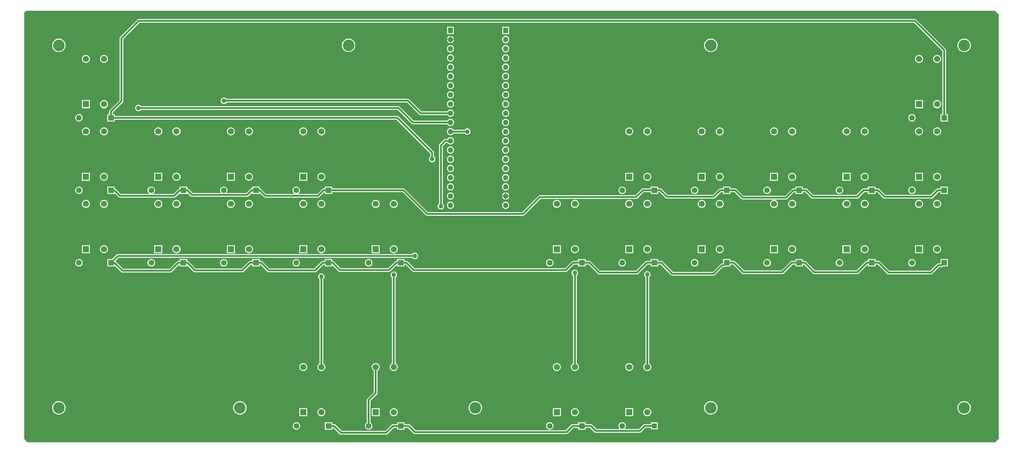
<source format=gbr>
G04*
G04 #@! TF.GenerationSoftware,Altium Limited,Altium Designer,23.10.1 (27)*
G04*
G04 Layer_Physical_Order=2*
G04 Layer_Color=16711680*
%FSLAX44Y44*%
%MOMM*%
G71*
G04*
G04 #@! TF.SameCoordinates,93BA021C-4F65-4C52-B2D2-680D5BDB3C73*
G04*
G04*
G04 #@! TF.FilePolarity,Positive*
G04*
G01*
G75*
%ADD17R,1.7000X1.7000*%
%ADD18C,1.7000*%
%ADD21R,1.4000X1.4000*%
%ADD23R,1.5500X1.5500*%
%ADD24C,1.5500*%
%ADD26C,0.5000*%
%ADD27O,1.4000X1.5000*%
%ADD28R,1.4000X1.5000*%
%ADD29C,3.2000*%
%ADD30C,1.2700*%
G36*
X2695000Y1185000D02*
Y15000D01*
X2685000Y5000D01*
X14000D01*
X5000Y14000D01*
Y1190000D01*
X10000Y1195000D01*
X2685000D01*
X2695000Y1185000D01*
D02*
G37*
%LPC*%
G36*
X1343300Y1151340D02*
X1324220D01*
Y1131260D01*
X1343300D01*
Y1151340D01*
D02*
G37*
G36*
X1191100D02*
X1172020D01*
Y1131260D01*
X1191100D01*
Y1151340D01*
D02*
G37*
G36*
X1182830Y1125855D02*
Y1117170D01*
X1191081D01*
X1190855Y1118891D01*
X1189893Y1121211D01*
X1188364Y1123204D01*
X1186371Y1124733D01*
X1184051Y1125695D01*
X1182830Y1125855D01*
D02*
G37*
G36*
X1180290D02*
X1179070Y1125695D01*
X1176749Y1124733D01*
X1174756Y1123204D01*
X1173227Y1121211D01*
X1172266Y1118891D01*
X1172039Y1117170D01*
X1180290D01*
Y1125855D01*
D02*
G37*
G36*
X1191081Y1114630D02*
X1182830D01*
Y1105945D01*
X1184051Y1106106D01*
X1186371Y1107067D01*
X1188364Y1108596D01*
X1189893Y1110589D01*
X1190855Y1112910D01*
X1191081Y1114630D01*
D02*
G37*
G36*
X1180290D02*
X1172039D01*
X1172266Y1112910D01*
X1173227Y1110589D01*
X1174756Y1108596D01*
X1176749Y1107067D01*
X1179070Y1106106D01*
X1180290Y1105945D01*
Y1114630D01*
D02*
G37*
G36*
X1333760Y1126022D02*
X1331270Y1125695D01*
X1328949Y1124733D01*
X1326956Y1123204D01*
X1325427Y1121211D01*
X1324466Y1118891D01*
X1324138Y1116400D01*
Y1115400D01*
X1324466Y1112910D01*
X1325427Y1110589D01*
X1326956Y1108596D01*
X1328949Y1107067D01*
X1331270Y1106106D01*
X1333760Y1105778D01*
X1336250Y1106106D01*
X1338571Y1107067D01*
X1340564Y1108596D01*
X1342093Y1110589D01*
X1343054Y1112910D01*
X1343382Y1115400D01*
Y1116400D01*
X1343054Y1118891D01*
X1342093Y1121211D01*
X1340564Y1123204D01*
X1338571Y1124733D01*
X1336250Y1125695D01*
X1333760Y1126022D01*
D02*
G37*
G36*
X2601826Y1118540D02*
X2598174D01*
X2594592Y1117828D01*
X2591218Y1116430D01*
X2588181Y1114401D01*
X2585599Y1111819D01*
X2583570Y1108782D01*
X2582173Y1105408D01*
X2581460Y1101826D01*
Y1098174D01*
X2582173Y1094592D01*
X2583570Y1091218D01*
X2585599Y1088181D01*
X2588181Y1085599D01*
X2591218Y1083570D01*
X2594592Y1082172D01*
X2598174Y1081460D01*
X2601826D01*
X2605408Y1082172D01*
X2608782Y1083570D01*
X2611819Y1085599D01*
X2614401Y1088181D01*
X2616430Y1091218D01*
X2617827Y1094592D01*
X2618540Y1098174D01*
Y1101826D01*
X2617827Y1105408D01*
X2616430Y1108782D01*
X2614401Y1111819D01*
X2611819Y1114401D01*
X2608782Y1116430D01*
X2605408Y1117828D01*
X2601826Y1118540D01*
D02*
G37*
G36*
X1901826D02*
X1898174D01*
X1894592Y1117828D01*
X1891218Y1116430D01*
X1888181Y1114401D01*
X1885599Y1111819D01*
X1883570Y1108782D01*
X1882173Y1105408D01*
X1881460Y1101826D01*
Y1098174D01*
X1882173Y1094592D01*
X1883570Y1091218D01*
X1885599Y1088181D01*
X1888181Y1085599D01*
X1891218Y1083570D01*
X1894592Y1082172D01*
X1898174Y1081460D01*
X1901826D01*
X1905408Y1082172D01*
X1908782Y1083570D01*
X1911819Y1085599D01*
X1914401Y1088181D01*
X1916430Y1091218D01*
X1917827Y1094592D01*
X1918540Y1098174D01*
Y1101826D01*
X1917827Y1105408D01*
X1916430Y1108782D01*
X1914401Y1111819D01*
X1911819Y1114401D01*
X1908782Y1116430D01*
X1905408Y1117828D01*
X1901826Y1118540D01*
D02*
G37*
G36*
X901826D02*
X898174D01*
X894592Y1117828D01*
X891218Y1116430D01*
X888181Y1114401D01*
X885599Y1111819D01*
X883570Y1108782D01*
X882172Y1105408D01*
X881460Y1101826D01*
Y1098174D01*
X882172Y1094592D01*
X883570Y1091218D01*
X885599Y1088181D01*
X888181Y1085599D01*
X891218Y1083570D01*
X894592Y1082172D01*
X898174Y1081460D01*
X901826D01*
X905408Y1082172D01*
X908782Y1083570D01*
X911819Y1085599D01*
X914401Y1088181D01*
X916430Y1091218D01*
X917828Y1094592D01*
X918540Y1098174D01*
Y1101826D01*
X917828Y1105408D01*
X916430Y1108782D01*
X914401Y1111819D01*
X911819Y1114401D01*
X908782Y1116430D01*
X905408Y1117828D01*
X901826Y1118540D01*
D02*
G37*
G36*
X101826D02*
X98174D01*
X94592Y1117828D01*
X91218Y1116430D01*
X88181Y1114401D01*
X85599Y1111819D01*
X83570Y1108782D01*
X82172Y1105408D01*
X81460Y1101826D01*
Y1098174D01*
X82172Y1094592D01*
X83570Y1091218D01*
X85599Y1088181D01*
X88181Y1085599D01*
X91218Y1083570D01*
X94592Y1082172D01*
X98174Y1081460D01*
X101826D01*
X105408Y1082172D01*
X108782Y1083570D01*
X111819Y1085599D01*
X114401Y1088181D01*
X116430Y1091218D01*
X117828Y1094592D01*
X118540Y1098174D01*
Y1101826D01*
X117828Y1105408D01*
X116430Y1108782D01*
X114401Y1111819D01*
X111819Y1114401D01*
X108782Y1116430D01*
X105408Y1117828D01*
X101826Y1118540D01*
D02*
G37*
G36*
X1333760Y1100622D02*
X1331270Y1100295D01*
X1328949Y1099333D01*
X1326956Y1097804D01*
X1325427Y1095811D01*
X1324466Y1093491D01*
X1324138Y1091000D01*
Y1090000D01*
X1324466Y1087510D01*
X1325427Y1085189D01*
X1326956Y1083196D01*
X1328949Y1081667D01*
X1331270Y1080706D01*
X1333760Y1080378D01*
X1336250Y1080706D01*
X1338571Y1081667D01*
X1340564Y1083196D01*
X1342093Y1085189D01*
X1343054Y1087510D01*
X1343382Y1090000D01*
Y1091000D01*
X1343054Y1093491D01*
X1342093Y1095811D01*
X1340564Y1097804D01*
X1338571Y1099333D01*
X1336250Y1100295D01*
X1333760Y1100622D01*
D02*
G37*
G36*
X1181560D02*
X1179070Y1100295D01*
X1176749Y1099333D01*
X1174756Y1097804D01*
X1173227Y1095811D01*
X1172266Y1093491D01*
X1171938Y1091000D01*
Y1090000D01*
X1172266Y1087510D01*
X1173227Y1085189D01*
X1174756Y1083196D01*
X1176749Y1081667D01*
X1179070Y1080706D01*
X1181560Y1080378D01*
X1184051Y1080706D01*
X1186371Y1081667D01*
X1188364Y1083196D01*
X1189893Y1085189D01*
X1190855Y1087510D01*
X1191182Y1090000D01*
Y1091000D01*
X1190855Y1093491D01*
X1189893Y1095811D01*
X1188364Y1097804D01*
X1186371Y1099333D01*
X1184051Y1100295D01*
X1181560Y1100622D01*
D02*
G37*
G36*
X1333760Y1075222D02*
X1331270Y1074895D01*
X1328949Y1073933D01*
X1326956Y1072404D01*
X1325427Y1070411D01*
X1324466Y1068091D01*
X1324138Y1065600D01*
Y1064600D01*
X1324466Y1062110D01*
X1325427Y1059789D01*
X1326956Y1057796D01*
X1328949Y1056267D01*
X1331270Y1055306D01*
X1333760Y1054978D01*
X1336250Y1055306D01*
X1338571Y1056267D01*
X1340564Y1057796D01*
X1342093Y1059789D01*
X1343054Y1062110D01*
X1343382Y1064600D01*
Y1065600D01*
X1343054Y1068091D01*
X1342093Y1070411D01*
X1340564Y1072404D01*
X1338571Y1073933D01*
X1336250Y1074895D01*
X1333760Y1075222D01*
D02*
G37*
G36*
X1181560D02*
X1179070Y1074895D01*
X1176749Y1073933D01*
X1174756Y1072404D01*
X1173227Y1070411D01*
X1172266Y1068091D01*
X1171938Y1065600D01*
Y1064600D01*
X1172266Y1062110D01*
X1173227Y1059789D01*
X1174756Y1057796D01*
X1176749Y1056267D01*
X1179070Y1055306D01*
X1181560Y1054978D01*
X1184051Y1055306D01*
X1186371Y1056267D01*
X1188364Y1057796D01*
X1189893Y1059789D01*
X1190855Y1062110D01*
X1191182Y1064600D01*
Y1065600D01*
X1190855Y1068091D01*
X1189893Y1070411D01*
X1188364Y1072404D01*
X1186371Y1073933D01*
X1184051Y1074895D01*
X1181560Y1075222D01*
D02*
G37*
G36*
X2526454Y1073540D02*
X2523547D01*
X2520739Y1072788D01*
X2518221Y1071334D01*
X2516166Y1069279D01*
X2514713Y1066761D01*
X2513960Y1063954D01*
Y1061047D01*
X2514713Y1058239D01*
X2516166Y1055722D01*
X2518221Y1053666D01*
X2520739Y1052213D01*
X2523547Y1051460D01*
X2526454D01*
X2529261Y1052213D01*
X2531779Y1053666D01*
X2533834Y1055722D01*
X2535288Y1058239D01*
X2536040Y1061047D01*
Y1063954D01*
X2535288Y1066761D01*
X2533834Y1069279D01*
X2531779Y1071334D01*
X2529261Y1072788D01*
X2526454Y1073540D01*
D02*
G37*
G36*
X2476453D02*
X2473546D01*
X2470739Y1072788D01*
X2468221Y1071334D01*
X2466166Y1069279D01*
X2464712Y1066761D01*
X2463960Y1063954D01*
Y1061047D01*
X2464712Y1058239D01*
X2466166Y1055722D01*
X2468221Y1053666D01*
X2470739Y1052213D01*
X2473546Y1051460D01*
X2476453D01*
X2479261Y1052213D01*
X2481779Y1053666D01*
X2483834Y1055722D01*
X2485287Y1058239D01*
X2486040Y1061047D01*
Y1063954D01*
X2485287Y1066761D01*
X2483834Y1069279D01*
X2481779Y1071334D01*
X2479261Y1072788D01*
X2476453Y1073540D01*
D02*
G37*
G36*
X226454Y1073539D02*
X223547D01*
X220739Y1072787D01*
X218221Y1071333D01*
X216166Y1069278D01*
X214713Y1066760D01*
X213960Y1063953D01*
Y1061046D01*
X214713Y1058238D01*
X216166Y1055720D01*
X218221Y1053665D01*
X220739Y1052212D01*
X223547Y1051459D01*
X226454D01*
X229261Y1052212D01*
X231779Y1053665D01*
X233834Y1055720D01*
X235288Y1058238D01*
X236040Y1061046D01*
Y1063953D01*
X235288Y1066760D01*
X233834Y1069278D01*
X231779Y1071333D01*
X229261Y1072787D01*
X226454Y1073539D01*
D02*
G37*
G36*
X176453D02*
X173546D01*
X170739Y1072787D01*
X168221Y1071333D01*
X166166Y1069278D01*
X164712Y1066760D01*
X163960Y1063953D01*
Y1061046D01*
X164712Y1058238D01*
X166166Y1055720D01*
X168221Y1053665D01*
X170739Y1052212D01*
X173546Y1051459D01*
X176453D01*
X179261Y1052212D01*
X181779Y1053665D01*
X183834Y1055720D01*
X185287Y1058238D01*
X186040Y1061046D01*
Y1063953D01*
X185287Y1066760D01*
X183834Y1069278D01*
X181779Y1071333D01*
X179261Y1072787D01*
X176453Y1073539D01*
D02*
G37*
G36*
X1333760Y1049822D02*
X1331270Y1049495D01*
X1328949Y1048533D01*
X1326956Y1047004D01*
X1325427Y1045011D01*
X1324466Y1042691D01*
X1324138Y1040200D01*
Y1039200D01*
X1324466Y1036710D01*
X1325427Y1034389D01*
X1326956Y1032396D01*
X1328949Y1030867D01*
X1331270Y1029906D01*
X1333760Y1029578D01*
X1336250Y1029906D01*
X1338571Y1030867D01*
X1340564Y1032396D01*
X1342093Y1034389D01*
X1343054Y1036710D01*
X1343382Y1039200D01*
Y1040200D01*
X1343054Y1042691D01*
X1342093Y1045011D01*
X1340564Y1047004D01*
X1338571Y1048533D01*
X1336250Y1049495D01*
X1333760Y1049822D01*
D02*
G37*
G36*
X1181560D02*
X1179070Y1049495D01*
X1176749Y1048533D01*
X1174756Y1047004D01*
X1173227Y1045011D01*
X1172266Y1042691D01*
X1171938Y1040200D01*
Y1039200D01*
X1172266Y1036710D01*
X1173227Y1034389D01*
X1174756Y1032396D01*
X1176749Y1030867D01*
X1179070Y1029906D01*
X1181560Y1029578D01*
X1184051Y1029906D01*
X1186371Y1030867D01*
X1188364Y1032396D01*
X1189893Y1034389D01*
X1190855Y1036710D01*
X1191182Y1039200D01*
Y1040200D01*
X1190855Y1042691D01*
X1189893Y1045011D01*
X1188364Y1047004D01*
X1186371Y1048533D01*
X1184051Y1049495D01*
X1181560Y1049822D01*
D02*
G37*
G36*
X1333760Y1024422D02*
X1331270Y1024095D01*
X1328949Y1023133D01*
X1326956Y1021604D01*
X1325427Y1019611D01*
X1324466Y1017291D01*
X1324138Y1014800D01*
Y1013800D01*
X1324466Y1011310D01*
X1325427Y1008989D01*
X1326956Y1006996D01*
X1328949Y1005467D01*
X1331270Y1004506D01*
X1333760Y1004178D01*
X1336250Y1004506D01*
X1338571Y1005467D01*
X1340564Y1006996D01*
X1342093Y1008989D01*
X1343054Y1011310D01*
X1343382Y1013800D01*
Y1014800D01*
X1343054Y1017291D01*
X1342093Y1019611D01*
X1340564Y1021604D01*
X1338571Y1023133D01*
X1336250Y1024095D01*
X1333760Y1024422D01*
D02*
G37*
G36*
X1181560D02*
X1179070Y1024095D01*
X1176749Y1023133D01*
X1174756Y1021604D01*
X1173227Y1019611D01*
X1172266Y1017291D01*
X1171938Y1014800D01*
Y1013800D01*
X1172266Y1011310D01*
X1173227Y1008989D01*
X1174756Y1006996D01*
X1176749Y1005467D01*
X1179070Y1004506D01*
X1181560Y1004178D01*
X1184051Y1004506D01*
X1186371Y1005467D01*
X1188364Y1006996D01*
X1189893Y1008989D01*
X1190855Y1011310D01*
X1191182Y1013800D01*
Y1014800D01*
X1190855Y1017291D01*
X1189893Y1019611D01*
X1188364Y1021604D01*
X1186371Y1023133D01*
X1184051Y1024095D01*
X1181560Y1024422D01*
D02*
G37*
G36*
X1333760Y999022D02*
X1331270Y998695D01*
X1328949Y997733D01*
X1326956Y996204D01*
X1325427Y994211D01*
X1324466Y991891D01*
X1324138Y989400D01*
Y988400D01*
X1324466Y985910D01*
X1325427Y983589D01*
X1326956Y981596D01*
X1328949Y980067D01*
X1331270Y979106D01*
X1333760Y978778D01*
X1336250Y979106D01*
X1338571Y980067D01*
X1340564Y981596D01*
X1342093Y983589D01*
X1343054Y985910D01*
X1343382Y988400D01*
Y989400D01*
X1343054Y991891D01*
X1342093Y994211D01*
X1340564Y996204D01*
X1338571Y997733D01*
X1336250Y998695D01*
X1333760Y999022D01*
D02*
G37*
G36*
X1181560D02*
X1179070Y998695D01*
X1176749Y997733D01*
X1174756Y996204D01*
X1173227Y994211D01*
X1172266Y991891D01*
X1171938Y989400D01*
Y988400D01*
X1172266Y985910D01*
X1173227Y983589D01*
X1174756Y981596D01*
X1176749Y980067D01*
X1179070Y979106D01*
X1181560Y978778D01*
X1184051Y979106D01*
X1186371Y980067D01*
X1188364Y981596D01*
X1189893Y983589D01*
X1190855Y985910D01*
X1191182Y988400D01*
Y989400D01*
X1190855Y991891D01*
X1189893Y994211D01*
X1188364Y996204D01*
X1186371Y997733D01*
X1184051Y998695D01*
X1181560Y999022D01*
D02*
G37*
G36*
X1333760Y973622D02*
X1331270Y973295D01*
X1328949Y972333D01*
X1326956Y970804D01*
X1325427Y968811D01*
X1324466Y966491D01*
X1324138Y964000D01*
Y963000D01*
X1324466Y960510D01*
X1325427Y958189D01*
X1326956Y956196D01*
X1328949Y954667D01*
X1331270Y953706D01*
X1333760Y953378D01*
X1336250Y953706D01*
X1338571Y954667D01*
X1340564Y956196D01*
X1342093Y958189D01*
X1343054Y960510D01*
X1343382Y963000D01*
Y964000D01*
X1343054Y966491D01*
X1342093Y968811D01*
X1340564Y970804D01*
X1338571Y972333D01*
X1336250Y973295D01*
X1333760Y973622D01*
D02*
G37*
G36*
X1181560D02*
X1179070Y973295D01*
X1176749Y972333D01*
X1174756Y970804D01*
X1173227Y968811D01*
X1172266Y966491D01*
X1171938Y964000D01*
Y963000D01*
X1172266Y960510D01*
X1173227Y958189D01*
X1174756Y956196D01*
X1176749Y954667D01*
X1179070Y953706D01*
X1181560Y953378D01*
X1184051Y953706D01*
X1186371Y954667D01*
X1188364Y956196D01*
X1189893Y958189D01*
X1190855Y960510D01*
X1191182Y963000D01*
Y964000D01*
X1190855Y966491D01*
X1189893Y968811D01*
X1188364Y970804D01*
X1186371Y972333D01*
X1184051Y973295D01*
X1181560Y973622D01*
D02*
G37*
G36*
X1333760Y948222D02*
X1331270Y947895D01*
X1328949Y946933D01*
X1326956Y945404D01*
X1325427Y943411D01*
X1324466Y941091D01*
X1324138Y938600D01*
Y937600D01*
X1324466Y935110D01*
X1325427Y932789D01*
X1326956Y930796D01*
X1328949Y929267D01*
X1331270Y928306D01*
X1333760Y927978D01*
X1336250Y928306D01*
X1338571Y929267D01*
X1340564Y930796D01*
X1342093Y932789D01*
X1343054Y935110D01*
X1343382Y937600D01*
Y938600D01*
X1343054Y941091D01*
X1342093Y943411D01*
X1340564Y945404D01*
X1338571Y946933D01*
X1336250Y947895D01*
X1333760Y948222D01*
D02*
G37*
G36*
X1181560D02*
X1179070Y947895D01*
X1176749Y946933D01*
X1174756Y945404D01*
X1173227Y943411D01*
X1172266Y941091D01*
X1171938Y938600D01*
Y937600D01*
X1172266Y935110D01*
X1173227Y932789D01*
X1174756Y930796D01*
X1176749Y929267D01*
X1179070Y928306D01*
X1181560Y927978D01*
X1184051Y928306D01*
X1186371Y929267D01*
X1188364Y930796D01*
X1189893Y932789D01*
X1190855Y935110D01*
X1191182Y937600D01*
Y938600D01*
X1190855Y941091D01*
X1189893Y943411D01*
X1188364Y945404D01*
X1186371Y946933D01*
X1184051Y947895D01*
X1181560Y948222D01*
D02*
G37*
G36*
X2526454Y948540D02*
X2523547D01*
X2520739Y947788D01*
X2518221Y946334D01*
X2516166Y944279D01*
X2514713Y941761D01*
X2513960Y938954D01*
Y936047D01*
X2514713Y933239D01*
X2516166Y930722D01*
X2518221Y928666D01*
X2520739Y927213D01*
X2523547Y926460D01*
X2526454D01*
X2529261Y927213D01*
X2531779Y928666D01*
X2533834Y930722D01*
X2535288Y933239D01*
X2536040Y936047D01*
Y938954D01*
X2535288Y941761D01*
X2533834Y944279D01*
X2531779Y946334D01*
X2529261Y947788D01*
X2526454Y948540D01*
D02*
G37*
G36*
X2486040D02*
X2463960D01*
Y926460D01*
X2486040D01*
Y948540D01*
D02*
G37*
G36*
X226454Y948539D02*
X223547D01*
X220739Y947787D01*
X218221Y946333D01*
X216166Y944278D01*
X214713Y941760D01*
X213960Y938953D01*
Y936046D01*
X214713Y933238D01*
X216166Y930720D01*
X218221Y928665D01*
X220739Y927212D01*
X223547Y926459D01*
X226454D01*
X229261Y927212D01*
X231779Y928665D01*
X233834Y930720D01*
X235288Y933238D01*
X236040Y936046D01*
Y938953D01*
X235288Y941760D01*
X233834Y944278D01*
X231779Y946333D01*
X229261Y947787D01*
X226454Y948539D01*
D02*
G37*
G36*
X186040D02*
X163960D01*
Y926459D01*
X186040D01*
Y948539D01*
D02*
G37*
G36*
X1333760Y922822D02*
X1331270Y922495D01*
X1328949Y921533D01*
X1326956Y920004D01*
X1325427Y918011D01*
X1324466Y915691D01*
X1324138Y913200D01*
Y912200D01*
X1324466Y909710D01*
X1325427Y907389D01*
X1326956Y905396D01*
X1328949Y903867D01*
X1331270Y902906D01*
X1333760Y902578D01*
X1336250Y902906D01*
X1338571Y903867D01*
X1340564Y905396D01*
X1342093Y907389D01*
X1343054Y909710D01*
X1343382Y912200D01*
Y913200D01*
X1343054Y915691D01*
X1342093Y918011D01*
X1340564Y920004D01*
X1338571Y921533D01*
X1336250Y922495D01*
X1333760Y922822D01*
D02*
G37*
G36*
X557170Y955890D02*
X554830D01*
X552569Y955284D01*
X550541Y954114D01*
X548886Y952459D01*
X547716Y950431D01*
X547110Y948170D01*
Y945830D01*
X547716Y943569D01*
X548886Y941541D01*
X550541Y939886D01*
X552569Y938716D01*
X554830Y938110D01*
X557170D01*
X559431Y938716D01*
X561459Y939886D01*
X563114Y941541D01*
X563298Y941861D01*
X1061871D01*
X1094666Y909066D01*
X1096333Y907953D01*
X1098300Y907561D01*
X1173156D01*
X1173227Y907389D01*
X1174756Y905396D01*
X1176749Y903867D01*
X1179070Y902906D01*
X1181560Y902578D01*
X1184051Y902906D01*
X1186371Y903867D01*
X1188364Y905396D01*
X1189893Y907389D01*
X1190855Y909710D01*
X1191182Y912200D01*
Y913200D01*
X1190855Y915691D01*
X1189893Y918011D01*
X1188364Y920004D01*
X1186371Y921533D01*
X1184051Y922495D01*
X1181560Y922822D01*
X1179070Y922495D01*
X1176749Y921533D01*
X1174756Y920004D01*
X1173227Y918011D01*
X1173156Y917839D01*
X1100428D01*
X1067634Y950634D01*
X1065966Y951748D01*
X1064000Y952139D01*
X563298D01*
X563114Y952459D01*
X561459Y954114D01*
X559431Y955284D01*
X557170Y955890D01*
D02*
G37*
G36*
X2464000Y1172139D02*
X320718D01*
X318751Y1171748D01*
X317084Y1170634D01*
X269366Y1122916D01*
X268252Y1121249D01*
X267861Y1119282D01*
Y948129D01*
X240767Y921034D01*
X239653Y919367D01*
X239261Y917400D01*
Y910290D01*
X234110D01*
Y889710D01*
X254690D01*
Y894861D01*
X1032872D01*
X1125861Y801871D01*
Y793298D01*
X1125541Y793114D01*
X1123886Y791459D01*
X1122716Y789431D01*
X1122110Y787170D01*
Y784830D01*
X1122716Y782569D01*
X1123886Y780541D01*
X1125541Y778886D01*
X1127569Y777716D01*
X1129830Y777110D01*
X1132170D01*
X1134431Y777716D01*
X1136459Y778886D01*
X1138114Y780541D01*
X1139284Y782569D01*
X1139890Y784830D01*
Y787170D01*
X1139284Y789431D01*
X1138114Y791459D01*
X1136459Y793114D01*
X1136139Y793298D01*
Y804000D01*
X1135748Y805966D01*
X1134634Y807634D01*
X1038634Y903633D01*
X1036967Y904747D01*
X1035000Y905138D01*
X254690D01*
Y910290D01*
X249539D01*
Y915272D01*
X276634Y942366D01*
X277748Y944034D01*
X278139Y946000D01*
Y1117154D01*
X322846Y1161861D01*
X2461871D01*
X2539261Y1084471D01*
Y910290D01*
X2534110D01*
Y889710D01*
X2554690D01*
Y910290D01*
X2549539D01*
Y1086600D01*
X2549148Y1088566D01*
X2548034Y1090233D01*
X2467634Y1170634D01*
X2465966Y1171748D01*
X2464000Y1172139D01*
D02*
G37*
G36*
X2456955Y910290D02*
X2454246D01*
X2451629Y909589D01*
X2449282Y908234D01*
X2447366Y906318D01*
X2446012Y903972D01*
X2445310Y901355D01*
Y898645D01*
X2446012Y896028D01*
X2447366Y893682D01*
X2449282Y891766D01*
X2451629Y890411D01*
X2454246Y889710D01*
X2456955D01*
X2459572Y890411D01*
X2461918Y891766D01*
X2463834Y893682D01*
X2465189Y896028D01*
X2465890Y898645D01*
Y901355D01*
X2465189Y903972D01*
X2463834Y906318D01*
X2461918Y908234D01*
X2459572Y909589D01*
X2456955Y910290D01*
D02*
G37*
G36*
X156954Y910290D02*
X154245D01*
X151628Y909588D01*
X149282Y908234D01*
X147366Y906318D01*
X146011Y903971D01*
X145310Y901354D01*
Y898645D01*
X146011Y896028D01*
X147366Y893681D01*
X149282Y891766D01*
X151628Y890411D01*
X154245Y889710D01*
X156954D01*
X159572Y890411D01*
X161918Y891766D01*
X163834Y893681D01*
X165189Y896028D01*
X165890Y898645D01*
Y901354D01*
X165189Y903971D01*
X163834Y906318D01*
X161918Y908234D01*
X159572Y909588D01*
X156954Y910290D01*
D02*
G37*
G36*
X1333760Y897422D02*
X1331270Y897095D01*
X1328949Y896133D01*
X1326956Y894604D01*
X1325427Y892611D01*
X1324466Y890291D01*
X1324138Y887800D01*
Y886800D01*
X1324466Y884310D01*
X1325427Y881989D01*
X1326956Y879996D01*
X1328949Y878467D01*
X1331270Y877506D01*
X1333760Y877178D01*
X1336250Y877506D01*
X1338571Y878467D01*
X1340564Y879996D01*
X1342093Y881989D01*
X1343054Y884310D01*
X1343382Y886800D01*
Y887800D01*
X1343054Y890291D01*
X1342093Y892611D01*
X1340564Y894604D01*
X1338571Y896133D01*
X1336250Y897095D01*
X1333760Y897422D01*
D02*
G37*
G36*
X321170Y935890D02*
X318830D01*
X316569Y935284D01*
X314541Y934114D01*
X312886Y932459D01*
X311716Y930431D01*
X311110Y928170D01*
Y925830D01*
X311716Y923569D01*
X312886Y921541D01*
X314541Y919886D01*
X316569Y918716D01*
X318830Y918110D01*
X321170D01*
X323431Y918716D01*
X325459Y919886D01*
X327114Y921541D01*
X327299Y921861D01*
X1035872D01*
X1074066Y883667D01*
X1075733Y882553D01*
X1077700Y882161D01*
X1173156D01*
X1173227Y881989D01*
X1174756Y879996D01*
X1176749Y878467D01*
X1179070Y877506D01*
X1181560Y877178D01*
X1184051Y877506D01*
X1186371Y878467D01*
X1188364Y879996D01*
X1189893Y881989D01*
X1190855Y884310D01*
X1191182Y886800D01*
Y887800D01*
X1190855Y890291D01*
X1189893Y892611D01*
X1188364Y894604D01*
X1186371Y896133D01*
X1184051Y897095D01*
X1181560Y897422D01*
X1179070Y897095D01*
X1176749Y896133D01*
X1174756Y894604D01*
X1173227Y892611D01*
X1173156Y892439D01*
X1079828D01*
X1041634Y930634D01*
X1039967Y931748D01*
X1038000Y932139D01*
X327299D01*
X327114Y932459D01*
X325459Y934114D01*
X323431Y935284D01*
X321170Y935890D01*
D02*
G37*
G36*
X1181560Y872022D02*
X1179070Y871695D01*
X1176749Y870733D01*
X1174756Y869204D01*
X1173227Y867211D01*
X1172266Y864891D01*
X1171938Y862400D01*
Y861400D01*
X1172266Y858910D01*
X1173227Y856589D01*
X1174756Y854596D01*
X1176749Y853067D01*
X1179070Y852106D01*
X1181560Y851778D01*
X1184051Y852106D01*
X1186371Y853067D01*
X1188364Y854596D01*
X1189893Y856589D01*
X1189985Y856811D01*
X1220730D01*
X1220886Y856541D01*
X1222541Y854886D01*
X1224569Y853716D01*
X1226830Y853110D01*
X1229170D01*
X1231431Y853716D01*
X1233459Y854886D01*
X1235114Y856541D01*
X1236284Y858569D01*
X1236890Y860830D01*
Y863170D01*
X1236284Y865431D01*
X1235114Y867459D01*
X1233459Y869114D01*
X1231431Y870284D01*
X1229170Y870890D01*
X1226830D01*
X1224569Y870284D01*
X1222541Y869114D01*
X1220886Y867459D01*
X1220673Y867089D01*
X1189944D01*
X1189893Y867211D01*
X1188364Y869204D01*
X1186371Y870733D01*
X1184051Y871695D01*
X1181560Y872022D01*
D02*
G37*
G36*
X1333760D02*
X1331270Y871695D01*
X1328949Y870733D01*
X1326956Y869204D01*
X1325427Y867211D01*
X1324466Y864891D01*
X1324138Y862400D01*
Y861400D01*
X1324466Y858910D01*
X1325427Y856589D01*
X1326956Y854596D01*
X1328949Y853067D01*
X1331270Y852106D01*
X1333760Y851778D01*
X1336250Y852106D01*
X1338571Y853067D01*
X1340564Y854596D01*
X1342093Y856589D01*
X1343054Y858910D01*
X1343382Y861400D01*
Y862400D01*
X1343054Y864891D01*
X1342093Y867211D01*
X1340564Y869204D01*
X1338571Y870733D01*
X1336250Y871695D01*
X1333760Y872022D01*
D02*
G37*
G36*
X2526454Y873540D02*
X2523547D01*
X2520739Y872788D01*
X2518221Y871334D01*
X2516166Y869279D01*
X2514713Y866761D01*
X2513960Y863953D01*
Y861047D01*
X2514713Y858239D01*
X2516166Y855721D01*
X2518221Y853666D01*
X2520739Y852212D01*
X2523547Y851460D01*
X2526454D01*
X2529261Y852212D01*
X2531779Y853666D01*
X2533834Y855721D01*
X2535288Y858239D01*
X2536040Y861047D01*
Y863953D01*
X2535288Y866761D01*
X2533834Y869279D01*
X2531779Y871334D01*
X2529261Y872788D01*
X2526454Y873540D01*
D02*
G37*
G36*
X2476453D02*
X2473546D01*
X2470739Y872788D01*
X2468221Y871334D01*
X2466166Y869279D01*
X2464712Y866761D01*
X2463960Y863953D01*
Y861047D01*
X2464712Y858239D01*
X2466166Y855721D01*
X2468221Y853666D01*
X2470739Y852212D01*
X2473546Y851460D01*
X2476453D01*
X2479261Y852212D01*
X2481779Y853666D01*
X2483834Y855721D01*
X2485287Y858239D01*
X2486040Y861047D01*
Y863953D01*
X2485287Y866761D01*
X2483834Y869279D01*
X2481779Y871334D01*
X2479261Y872788D01*
X2476453Y873540D01*
D02*
G37*
G36*
X2326454D02*
X2323547D01*
X2320739Y872788D01*
X2318221Y871334D01*
X2316166Y869279D01*
X2314712Y866761D01*
X2313960Y863953D01*
Y861047D01*
X2314712Y858239D01*
X2316166Y855721D01*
X2318221Y853666D01*
X2320739Y852212D01*
X2323547Y851460D01*
X2326454D01*
X2329261Y852212D01*
X2331779Y853666D01*
X2333834Y855721D01*
X2335288Y858239D01*
X2336040Y861047D01*
Y863953D01*
X2335288Y866761D01*
X2333834Y869279D01*
X2331779Y871334D01*
X2329261Y872788D01*
X2326454Y873540D01*
D02*
G37*
G36*
X2276454D02*
X2273547D01*
X2270739Y872788D01*
X2268221Y871334D01*
X2266166Y869279D01*
X2264713Y866761D01*
X2263960Y863953D01*
Y861047D01*
X2264713Y858239D01*
X2266166Y855721D01*
X2268221Y853666D01*
X2270739Y852212D01*
X2273547Y851460D01*
X2276454D01*
X2279261Y852212D01*
X2281779Y853666D01*
X2283834Y855721D01*
X2285288Y858239D01*
X2286040Y861047D01*
Y863953D01*
X2285288Y866761D01*
X2283834Y869279D01*
X2281779Y871334D01*
X2279261Y872788D01*
X2276454Y873540D01*
D02*
G37*
G36*
X2126453D02*
X2123546D01*
X2120739Y872788D01*
X2118221Y871334D01*
X2116166Y869279D01*
X2114712Y866761D01*
X2113960Y863953D01*
Y861047D01*
X2114712Y858239D01*
X2116166Y855721D01*
X2118221Y853666D01*
X2120739Y852212D01*
X2123546Y851460D01*
X2126453D01*
X2129261Y852212D01*
X2131779Y853666D01*
X2133834Y855721D01*
X2135288Y858239D01*
X2136040Y861047D01*
Y863953D01*
X2135288Y866761D01*
X2133834Y869279D01*
X2131779Y871334D01*
X2129261Y872788D01*
X2126453Y873540D01*
D02*
G37*
G36*
X2076454D02*
X2073547D01*
X2070739Y872788D01*
X2068221Y871334D01*
X2066166Y869279D01*
X2064712Y866761D01*
X2063960Y863953D01*
Y861047D01*
X2064712Y858239D01*
X2066166Y855721D01*
X2068221Y853666D01*
X2070739Y852212D01*
X2073547Y851460D01*
X2076454D01*
X2079261Y852212D01*
X2081779Y853666D01*
X2083834Y855721D01*
X2085288Y858239D01*
X2086040Y861047D01*
Y863953D01*
X2085288Y866761D01*
X2083834Y869279D01*
X2081779Y871334D01*
X2079261Y872788D01*
X2076454Y873540D01*
D02*
G37*
G36*
X1926453D02*
X1923546D01*
X1920739Y872788D01*
X1918221Y871334D01*
X1916166Y869279D01*
X1914712Y866761D01*
X1913960Y863953D01*
Y861047D01*
X1914712Y858239D01*
X1916166Y855721D01*
X1918221Y853666D01*
X1920739Y852212D01*
X1923546Y851460D01*
X1926453D01*
X1929261Y852212D01*
X1931779Y853666D01*
X1933834Y855721D01*
X1935287Y858239D01*
X1936040Y861047D01*
Y863953D01*
X1935287Y866761D01*
X1933834Y869279D01*
X1931779Y871334D01*
X1929261Y872788D01*
X1926453Y873540D01*
D02*
G37*
G36*
X1876453D02*
X1873546D01*
X1870739Y872788D01*
X1868221Y871334D01*
X1866166Y869279D01*
X1864712Y866761D01*
X1863960Y863953D01*
Y861047D01*
X1864712Y858239D01*
X1866166Y855721D01*
X1868221Y853666D01*
X1870739Y852212D01*
X1873546Y851460D01*
X1876453D01*
X1879261Y852212D01*
X1881779Y853666D01*
X1883834Y855721D01*
X1885288Y858239D01*
X1886040Y861047D01*
Y863953D01*
X1885288Y866761D01*
X1883834Y869279D01*
X1881779Y871334D01*
X1879261Y872788D01*
X1876453Y873540D01*
D02*
G37*
G36*
X1726454D02*
X1723547D01*
X1720739Y872788D01*
X1718221Y871334D01*
X1716166Y869279D01*
X1714713Y866761D01*
X1713960Y863953D01*
Y861047D01*
X1714713Y858239D01*
X1716166Y855721D01*
X1718221Y853666D01*
X1720739Y852212D01*
X1723547Y851460D01*
X1726454D01*
X1729261Y852212D01*
X1731779Y853666D01*
X1733835Y855721D01*
X1735288Y858239D01*
X1736040Y861047D01*
Y863953D01*
X1735288Y866761D01*
X1733835Y869279D01*
X1731779Y871334D01*
X1729261Y872788D01*
X1726454Y873540D01*
D02*
G37*
G36*
X1676453D02*
X1673546D01*
X1670739Y872788D01*
X1668221Y871334D01*
X1666166Y869279D01*
X1664712Y866761D01*
X1663960Y863953D01*
Y861047D01*
X1664712Y858239D01*
X1666166Y855721D01*
X1668221Y853666D01*
X1670739Y852212D01*
X1673546Y851460D01*
X1676453D01*
X1679261Y852212D01*
X1681779Y853666D01*
X1683834Y855721D01*
X1685287Y858239D01*
X1686040Y861047D01*
Y863953D01*
X1685287Y866761D01*
X1683834Y869279D01*
X1681779Y871334D01*
X1679261Y872788D01*
X1676453Y873540D01*
D02*
G37*
G36*
X826453Y873540D02*
X823547D01*
X820739Y872787D01*
X818221Y871334D01*
X816166Y869278D01*
X814712Y866761D01*
X813960Y863953D01*
Y861046D01*
X814712Y858238D01*
X816166Y855721D01*
X818221Y853665D01*
X820739Y852212D01*
X823547Y851460D01*
X826453D01*
X829261Y852212D01*
X831779Y853665D01*
X833834Y855721D01*
X835288Y858238D01*
X836040Y861046D01*
Y863953D01*
X835288Y866761D01*
X833834Y869278D01*
X831779Y871334D01*
X829261Y872787D01*
X826453Y873540D01*
D02*
G37*
G36*
X776454D02*
X773547D01*
X770739Y872787D01*
X768221Y871334D01*
X766166Y869278D01*
X764713Y866761D01*
X763960Y863953D01*
Y861046D01*
X764713Y858238D01*
X766166Y855721D01*
X768221Y853665D01*
X770739Y852212D01*
X773547Y851460D01*
X776454D01*
X779261Y852212D01*
X781779Y853665D01*
X783834Y855721D01*
X785288Y858238D01*
X786040Y861046D01*
Y863953D01*
X785288Y866761D01*
X783834Y869278D01*
X781779Y871334D01*
X779261Y872787D01*
X776454Y873540D01*
D02*
G37*
G36*
X626453D02*
X623546D01*
X620739Y872787D01*
X618221Y871334D01*
X616166Y869278D01*
X614712Y866761D01*
X613960Y863953D01*
Y861046D01*
X614712Y858238D01*
X616166Y855721D01*
X618221Y853665D01*
X620739Y852212D01*
X623546Y851460D01*
X626453D01*
X629261Y852212D01*
X631779Y853665D01*
X633834Y855721D01*
X635288Y858238D01*
X636040Y861046D01*
Y863953D01*
X635288Y866761D01*
X633834Y869278D01*
X631779Y871334D01*
X629261Y872787D01*
X626453Y873540D01*
D02*
G37*
G36*
X576454D02*
X573547D01*
X570739Y872787D01*
X568221Y871334D01*
X566166Y869278D01*
X564712Y866761D01*
X563960Y863953D01*
Y861046D01*
X564712Y858238D01*
X566166Y855721D01*
X568221Y853665D01*
X570739Y852212D01*
X573547Y851460D01*
X576454D01*
X579261Y852212D01*
X581779Y853665D01*
X583834Y855721D01*
X585288Y858238D01*
X586040Y861046D01*
Y863953D01*
X585288Y866761D01*
X583834Y869278D01*
X581779Y871334D01*
X579261Y872787D01*
X576454Y873540D01*
D02*
G37*
G36*
X426453D02*
X423546D01*
X420738Y872787D01*
X418221Y871334D01*
X416166Y869278D01*
X414712Y866761D01*
X413960Y863953D01*
Y861046D01*
X414712Y858238D01*
X416166Y855721D01*
X418221Y853665D01*
X420738Y852212D01*
X423546Y851460D01*
X426453D01*
X429261Y852212D01*
X431778Y853665D01*
X433834Y855721D01*
X435287Y858238D01*
X436040Y861046D01*
Y863953D01*
X435287Y866761D01*
X433834Y869278D01*
X431778Y871334D01*
X429261Y872787D01*
X426453Y873540D01*
D02*
G37*
G36*
X376453D02*
X373546D01*
X370739Y872787D01*
X368221Y871334D01*
X366166Y869278D01*
X364712Y866761D01*
X363960Y863953D01*
Y861046D01*
X364712Y858238D01*
X366166Y855721D01*
X368221Y853665D01*
X370739Y852212D01*
X373546Y851460D01*
X376453D01*
X379261Y852212D01*
X381779Y853665D01*
X383834Y855721D01*
X385288Y858238D01*
X386040Y861046D01*
Y863953D01*
X385288Y866761D01*
X383834Y869278D01*
X381779Y871334D01*
X379261Y872787D01*
X376453Y873540D01*
D02*
G37*
G36*
X226454D02*
X223547D01*
X220739Y872787D01*
X218221Y871334D01*
X216166Y869278D01*
X214713Y866761D01*
X213960Y863953D01*
Y861046D01*
X214713Y858238D01*
X216166Y855721D01*
X218221Y853665D01*
X220739Y852212D01*
X223547Y851460D01*
X226454D01*
X229261Y852212D01*
X231779Y853665D01*
X233834Y855721D01*
X235288Y858238D01*
X236040Y861046D01*
Y863953D01*
X235288Y866761D01*
X233834Y869278D01*
X231779Y871334D01*
X229261Y872787D01*
X226454Y873540D01*
D02*
G37*
G36*
X176453D02*
X173546D01*
X170739Y872787D01*
X168221Y871334D01*
X166166Y869278D01*
X164712Y866761D01*
X163960Y863953D01*
Y861046D01*
X164712Y858238D01*
X166166Y855721D01*
X168221Y853665D01*
X170739Y852212D01*
X173546Y851460D01*
X176453D01*
X179261Y852212D01*
X181779Y853665D01*
X183834Y855721D01*
X185287Y858238D01*
X186040Y861046D01*
Y863953D01*
X185287Y866761D01*
X183834Y869278D01*
X181779Y871334D01*
X179261Y872787D01*
X176453Y873540D01*
D02*
G37*
G36*
X1333760Y846622D02*
X1331270Y846295D01*
X1328949Y845333D01*
X1326956Y843804D01*
X1325427Y841811D01*
X1324466Y839491D01*
X1324138Y837000D01*
Y836000D01*
X1324466Y833510D01*
X1325427Y831189D01*
X1326956Y829196D01*
X1328949Y827667D01*
X1331270Y826706D01*
X1333760Y826378D01*
X1336250Y826706D01*
X1338571Y827667D01*
X1340564Y829196D01*
X1342093Y831189D01*
X1343054Y833510D01*
X1343382Y836000D01*
Y837000D01*
X1343054Y839491D01*
X1342093Y841811D01*
X1340564Y843804D01*
X1338571Y845333D01*
X1336250Y846295D01*
X1333760Y846622D01*
D02*
G37*
G36*
X1181560D02*
X1179070Y846295D01*
X1176749Y845333D01*
X1174756Y843804D01*
X1173227Y841811D01*
X1173156Y841639D01*
X1167500D01*
X1165534Y841248D01*
X1163867Y840134D01*
X1151366Y827634D01*
X1150252Y825966D01*
X1149861Y824000D01*
Y663298D01*
X1149541Y663114D01*
X1147886Y661459D01*
X1146716Y659431D01*
X1146110Y657170D01*
Y654830D01*
X1146716Y652569D01*
X1147886Y650541D01*
X1149541Y648886D01*
X1151569Y647716D01*
X1153830Y647110D01*
X1156170D01*
X1158431Y647716D01*
X1160459Y648886D01*
X1162114Y650541D01*
X1163284Y652569D01*
X1163890Y654830D01*
Y657170D01*
X1163284Y659431D01*
X1162114Y661459D01*
X1160459Y663114D01*
X1160139Y663298D01*
Y821871D01*
X1169629Y831361D01*
X1173156D01*
X1173227Y831189D01*
X1174756Y829196D01*
X1176749Y827667D01*
X1179070Y826706D01*
X1181560Y826378D01*
X1184051Y826706D01*
X1186371Y827667D01*
X1188364Y829196D01*
X1189893Y831189D01*
X1190855Y833510D01*
X1191182Y836000D01*
Y837000D01*
X1190855Y839491D01*
X1189893Y841811D01*
X1188364Y843804D01*
X1186371Y845333D01*
X1184051Y846295D01*
X1181560Y846622D01*
D02*
G37*
G36*
X1333760Y821222D02*
X1331270Y820895D01*
X1328949Y819933D01*
X1326956Y818404D01*
X1325427Y816411D01*
X1324466Y814091D01*
X1324138Y811600D01*
Y810600D01*
X1324466Y808110D01*
X1325427Y805789D01*
X1326956Y803796D01*
X1328949Y802267D01*
X1331270Y801306D01*
X1333760Y800978D01*
X1336250Y801306D01*
X1338571Y802267D01*
X1340564Y803796D01*
X1342093Y805789D01*
X1343054Y808110D01*
X1343382Y810600D01*
Y811600D01*
X1343054Y814091D01*
X1342093Y816411D01*
X1340564Y818404D01*
X1338571Y819933D01*
X1336250Y820895D01*
X1333760Y821222D01*
D02*
G37*
G36*
X1181560D02*
X1179070Y820895D01*
X1176749Y819933D01*
X1174756Y818404D01*
X1173227Y816411D01*
X1172266Y814091D01*
X1171938Y811600D01*
Y810600D01*
X1172266Y808110D01*
X1173227Y805789D01*
X1174756Y803796D01*
X1176749Y802267D01*
X1179070Y801306D01*
X1181560Y800978D01*
X1184051Y801306D01*
X1186371Y802267D01*
X1188364Y803796D01*
X1189893Y805789D01*
X1190855Y808110D01*
X1191182Y810600D01*
Y811600D01*
X1190855Y814091D01*
X1189893Y816411D01*
X1188364Y818404D01*
X1186371Y819933D01*
X1184051Y820895D01*
X1181560Y821222D01*
D02*
G37*
G36*
X1333760Y795822D02*
X1331270Y795495D01*
X1328949Y794533D01*
X1326956Y793004D01*
X1325427Y791011D01*
X1324466Y788691D01*
X1324138Y786200D01*
Y785200D01*
X1324466Y782710D01*
X1325427Y780389D01*
X1326956Y778396D01*
X1328949Y776867D01*
X1331270Y775906D01*
X1333760Y775578D01*
X1336250Y775906D01*
X1338571Y776867D01*
X1340564Y778396D01*
X1342093Y780389D01*
X1343054Y782710D01*
X1343382Y785200D01*
Y786200D01*
X1343054Y788691D01*
X1342093Y791011D01*
X1340564Y793004D01*
X1338571Y794533D01*
X1336250Y795495D01*
X1333760Y795822D01*
D02*
G37*
G36*
X1181560D02*
X1179070Y795495D01*
X1176749Y794533D01*
X1174756Y793004D01*
X1173227Y791011D01*
X1172266Y788691D01*
X1171938Y786200D01*
Y785200D01*
X1172266Y782710D01*
X1173227Y780389D01*
X1174756Y778396D01*
X1176749Y776867D01*
X1179070Y775906D01*
X1181560Y775578D01*
X1184051Y775906D01*
X1186371Y776867D01*
X1188364Y778396D01*
X1189893Y780389D01*
X1190855Y782710D01*
X1191182Y785200D01*
Y786200D01*
X1190855Y788691D01*
X1189893Y791011D01*
X1188364Y793004D01*
X1186371Y794533D01*
X1184051Y795495D01*
X1181560Y795822D01*
D02*
G37*
G36*
X1333760Y770422D02*
X1331270Y770095D01*
X1328949Y769133D01*
X1326956Y767604D01*
X1325427Y765611D01*
X1324466Y763291D01*
X1324138Y760800D01*
Y759800D01*
X1324466Y757310D01*
X1325427Y754989D01*
X1326956Y752996D01*
X1328949Y751467D01*
X1331270Y750506D01*
X1333760Y750178D01*
X1336250Y750506D01*
X1338571Y751467D01*
X1340564Y752996D01*
X1342093Y754989D01*
X1343054Y757310D01*
X1343382Y759800D01*
Y760800D01*
X1343054Y763291D01*
X1342093Y765611D01*
X1340564Y767604D01*
X1338571Y769133D01*
X1336250Y770095D01*
X1333760Y770422D01*
D02*
G37*
G36*
X1181560D02*
X1179070Y770095D01*
X1176749Y769133D01*
X1174756Y767604D01*
X1173227Y765611D01*
X1172266Y763291D01*
X1171938Y760800D01*
Y759800D01*
X1172266Y757310D01*
X1173227Y754989D01*
X1174756Y752996D01*
X1176749Y751467D01*
X1179070Y750506D01*
X1181560Y750178D01*
X1184051Y750506D01*
X1186371Y751467D01*
X1188364Y752996D01*
X1189893Y754989D01*
X1190855Y757310D01*
X1191182Y759800D01*
Y760800D01*
X1190855Y763291D01*
X1189893Y765611D01*
X1188364Y767604D01*
X1186371Y769133D01*
X1184051Y770095D01*
X1181560Y770422D01*
D02*
G37*
G36*
X2526454Y748540D02*
X2523547D01*
X2520739Y747788D01*
X2518221Y746334D01*
X2516166Y744279D01*
X2514713Y741761D01*
X2513960Y738953D01*
Y736047D01*
X2514713Y733239D01*
X2516166Y730721D01*
X2518221Y728666D01*
X2520739Y727212D01*
X2523547Y726460D01*
X2526454D01*
X2529261Y727212D01*
X2531779Y728666D01*
X2533834Y730721D01*
X2535288Y733239D01*
X2536040Y736047D01*
Y738953D01*
X2535288Y741761D01*
X2533834Y744279D01*
X2531779Y746334D01*
X2529261Y747788D01*
X2526454Y748540D01*
D02*
G37*
G36*
X2486040D02*
X2463960D01*
Y726460D01*
X2486040D01*
Y748540D01*
D02*
G37*
G36*
X2326454D02*
X2323547D01*
X2320739Y747788D01*
X2318221Y746334D01*
X2316166Y744279D01*
X2314712Y741761D01*
X2313960Y738953D01*
Y736047D01*
X2314712Y733239D01*
X2316166Y730721D01*
X2318221Y728666D01*
X2320739Y727212D01*
X2323547Y726460D01*
X2326454D01*
X2329261Y727212D01*
X2331779Y728666D01*
X2333834Y730721D01*
X2335288Y733239D01*
X2336040Y736047D01*
Y738953D01*
X2335288Y741761D01*
X2333834Y744279D01*
X2331779Y746334D01*
X2329261Y747788D01*
X2326454Y748540D01*
D02*
G37*
G36*
X2286040D02*
X2263960D01*
Y726460D01*
X2286040D01*
Y748540D01*
D02*
G37*
G36*
X2126453D02*
X2123546D01*
X2120739Y747788D01*
X2118221Y746334D01*
X2116166Y744279D01*
X2114712Y741761D01*
X2113960Y738953D01*
Y736047D01*
X2114712Y733239D01*
X2116166Y730721D01*
X2118221Y728666D01*
X2120739Y727212D01*
X2123546Y726460D01*
X2126453D01*
X2129261Y727212D01*
X2131779Y728666D01*
X2133834Y730721D01*
X2135288Y733239D01*
X2136040Y736047D01*
Y738953D01*
X2135288Y741761D01*
X2133834Y744279D01*
X2131779Y746334D01*
X2129261Y747788D01*
X2126453Y748540D01*
D02*
G37*
G36*
X2086040D02*
X2063960D01*
Y726460D01*
X2086040D01*
Y748540D01*
D02*
G37*
G36*
X1926453D02*
X1923546D01*
X1920739Y747788D01*
X1918221Y746334D01*
X1916166Y744279D01*
X1914712Y741761D01*
X1913960Y738953D01*
Y736047D01*
X1914712Y733239D01*
X1916166Y730721D01*
X1918221Y728666D01*
X1920739Y727212D01*
X1923546Y726460D01*
X1926453D01*
X1929261Y727212D01*
X1931779Y728666D01*
X1933834Y730721D01*
X1935287Y733239D01*
X1936040Y736047D01*
Y738953D01*
X1935287Y741761D01*
X1933834Y744279D01*
X1931779Y746334D01*
X1929261Y747788D01*
X1926453Y748540D01*
D02*
G37*
G36*
X1886040D02*
X1863960D01*
Y726460D01*
X1886040D01*
Y748540D01*
D02*
G37*
G36*
X1726454D02*
X1723547D01*
X1720739Y747788D01*
X1718221Y746334D01*
X1716166Y744279D01*
X1714713Y741761D01*
X1713960Y738953D01*
Y736047D01*
X1714713Y733239D01*
X1716166Y730721D01*
X1718221Y728666D01*
X1720739Y727212D01*
X1723547Y726460D01*
X1726454D01*
X1729261Y727212D01*
X1731779Y728666D01*
X1733835Y730721D01*
X1735288Y733239D01*
X1736040Y736047D01*
Y738953D01*
X1735288Y741761D01*
X1733835Y744279D01*
X1731779Y746334D01*
X1729261Y747788D01*
X1726454Y748540D01*
D02*
G37*
G36*
X1686040D02*
X1663960D01*
Y726460D01*
X1686040D01*
Y748540D01*
D02*
G37*
G36*
X826453Y748540D02*
X823547D01*
X820739Y747787D01*
X818221Y746334D01*
X816166Y744278D01*
X814712Y741761D01*
X813960Y738953D01*
Y736046D01*
X814712Y733238D01*
X816166Y730721D01*
X818221Y728665D01*
X820739Y727212D01*
X823547Y726460D01*
X826453D01*
X829261Y727212D01*
X831779Y728665D01*
X833834Y730721D01*
X835288Y733238D01*
X836040Y736046D01*
Y738953D01*
X835288Y741761D01*
X833834Y744278D01*
X831779Y746334D01*
X829261Y747787D01*
X826453Y748540D01*
D02*
G37*
G36*
X786040D02*
X763960D01*
Y726460D01*
X786040D01*
Y748540D01*
D02*
G37*
G36*
X626453D02*
X623546D01*
X620739Y747787D01*
X618221Y746334D01*
X616166Y744278D01*
X614712Y741761D01*
X613960Y738953D01*
Y736046D01*
X614712Y733238D01*
X616166Y730721D01*
X618221Y728665D01*
X620739Y727212D01*
X623546Y726460D01*
X626453D01*
X629261Y727212D01*
X631779Y728665D01*
X633834Y730721D01*
X635288Y733238D01*
X636040Y736046D01*
Y738953D01*
X635288Y741761D01*
X633834Y744278D01*
X631779Y746334D01*
X629261Y747787D01*
X626453Y748540D01*
D02*
G37*
G36*
X586040D02*
X563960D01*
Y726460D01*
X586040D01*
Y748540D01*
D02*
G37*
G36*
X426453D02*
X423546D01*
X420738Y747787D01*
X418221Y746334D01*
X416166Y744278D01*
X414712Y741761D01*
X413960Y738953D01*
Y736046D01*
X414712Y733238D01*
X416166Y730721D01*
X418221Y728665D01*
X420738Y727212D01*
X423546Y726460D01*
X426453D01*
X429261Y727212D01*
X431778Y728665D01*
X433834Y730721D01*
X435287Y733238D01*
X436040Y736046D01*
Y738953D01*
X435287Y741761D01*
X433834Y744278D01*
X431778Y746334D01*
X429261Y747787D01*
X426453Y748540D01*
D02*
G37*
G36*
X386040D02*
X363960D01*
Y726460D01*
X386040D01*
Y748540D01*
D02*
G37*
G36*
X226454D02*
X223547D01*
X220739Y747787D01*
X218221Y746334D01*
X216166Y744278D01*
X214713Y741761D01*
X213960Y738953D01*
Y736046D01*
X214713Y733238D01*
X216166Y730721D01*
X218221Y728665D01*
X220739Y727212D01*
X223547Y726460D01*
X226454D01*
X229261Y727212D01*
X231779Y728665D01*
X233834Y730721D01*
X235288Y733238D01*
X236040Y736046D01*
Y738953D01*
X235288Y741761D01*
X233834Y744278D01*
X231779Y746334D01*
X229261Y747787D01*
X226454Y748540D01*
D02*
G37*
G36*
X186040D02*
X163960D01*
Y726460D01*
X186040D01*
Y748540D01*
D02*
G37*
G36*
X1333760Y745022D02*
X1331270Y744695D01*
X1328949Y743733D01*
X1326956Y742204D01*
X1325427Y740211D01*
X1324466Y737891D01*
X1324138Y735400D01*
Y734400D01*
X1324466Y731910D01*
X1325427Y729589D01*
X1326956Y727596D01*
X1328949Y726067D01*
X1331270Y725106D01*
X1333760Y724778D01*
X1336250Y725106D01*
X1338571Y726067D01*
X1340564Y727596D01*
X1342093Y729589D01*
X1343054Y731910D01*
X1343382Y734400D01*
Y735400D01*
X1343054Y737891D01*
X1342093Y740211D01*
X1340564Y742204D01*
X1338571Y743733D01*
X1336250Y744695D01*
X1333760Y745022D01*
D02*
G37*
G36*
X1181560D02*
X1179070Y744695D01*
X1176749Y743733D01*
X1174756Y742204D01*
X1173227Y740211D01*
X1172266Y737891D01*
X1171938Y735400D01*
Y734400D01*
X1172266Y731910D01*
X1173227Y729589D01*
X1174756Y727596D01*
X1176749Y726067D01*
X1179070Y725106D01*
X1181560Y724778D01*
X1184051Y725106D01*
X1186371Y726067D01*
X1188364Y727596D01*
X1189893Y729589D01*
X1190855Y731910D01*
X1191182Y734400D01*
Y735400D01*
X1190855Y737891D01*
X1189893Y740211D01*
X1188364Y742204D01*
X1186371Y743733D01*
X1184051Y744695D01*
X1181560Y745022D01*
D02*
G37*
G36*
X1333760Y719622D02*
X1331270Y719295D01*
X1328949Y718333D01*
X1326956Y716804D01*
X1325427Y714811D01*
X1324466Y712491D01*
X1324138Y710000D01*
Y709000D01*
X1324466Y706510D01*
X1325427Y704189D01*
X1326956Y702196D01*
X1328949Y700667D01*
X1331270Y699706D01*
X1333760Y699378D01*
X1336250Y699706D01*
X1338571Y700667D01*
X1340564Y702196D01*
X1342093Y704189D01*
X1343054Y706510D01*
X1343382Y709000D01*
Y710000D01*
X1343054Y712491D01*
X1342093Y714811D01*
X1340564Y716804D01*
X1338571Y718333D01*
X1336250Y719295D01*
X1333760Y719622D01*
D02*
G37*
G36*
X1181560D02*
X1179070Y719295D01*
X1176749Y718333D01*
X1174756Y716804D01*
X1173227Y714811D01*
X1172266Y712491D01*
X1171938Y710000D01*
Y709000D01*
X1172266Y706510D01*
X1173227Y704189D01*
X1174756Y702196D01*
X1176749Y700667D01*
X1179070Y699706D01*
X1181560Y699378D01*
X1184051Y699706D01*
X1186371Y700667D01*
X1188364Y702196D01*
X1189893Y704189D01*
X1190855Y706510D01*
X1191182Y709000D01*
Y710000D01*
X1190855Y712491D01*
X1189893Y714811D01*
X1188364Y716804D01*
X1186371Y718333D01*
X1184051Y719295D01*
X1181560Y719622D01*
D02*
G37*
G36*
X2456955Y710290D02*
X2454246D01*
X2451629Y709589D01*
X2449282Y708234D01*
X2447366Y706318D01*
X2446012Y703972D01*
X2445310Y701355D01*
Y698645D01*
X2446012Y696028D01*
X2447366Y693682D01*
X2449282Y691766D01*
X2451629Y690411D01*
X2454246Y689710D01*
X2456955D01*
X2459572Y690411D01*
X2461918Y691766D01*
X2463834Y693682D01*
X2465189Y696028D01*
X2465890Y698645D01*
Y701355D01*
X2465189Y703972D01*
X2463834Y706318D01*
X2461918Y708234D01*
X2459572Y709589D01*
X2456955Y710290D01*
D02*
G37*
G36*
X2256955D02*
X2254245D01*
X2251628Y709589D01*
X2249282Y708234D01*
X2247366Y706318D01*
X2246011Y703972D01*
X2245310Y701355D01*
Y698645D01*
X2246011Y696028D01*
X2247366Y693682D01*
X2249282Y691766D01*
X2251628Y690411D01*
X2254245Y689710D01*
X2256955D01*
X2259572Y690411D01*
X2261918Y691766D01*
X2263834Y693682D01*
X2265189Y696028D01*
X2265890Y698645D01*
Y701355D01*
X2265189Y703972D01*
X2263834Y706318D01*
X2261918Y708234D01*
X2259572Y709589D01*
X2256955Y710290D01*
D02*
G37*
G36*
X2056955D02*
X2054245D01*
X2051628Y709589D01*
X2049282Y708234D01*
X2047366Y706318D01*
X2046011Y703972D01*
X2045310Y701355D01*
Y698645D01*
X2046011Y696028D01*
X2047366Y693682D01*
X2049282Y691766D01*
X2051628Y690411D01*
X2054245Y689710D01*
X2056955D01*
X2059572Y690411D01*
X2061918Y691766D01*
X2063834Y693682D01*
X2065189Y696028D01*
X2065890Y698645D01*
Y701355D01*
X2065189Y703972D01*
X2063834Y706318D01*
X2061918Y708234D01*
X2059572Y709589D01*
X2056955Y710290D01*
D02*
G37*
G36*
X1856955D02*
X1854245D01*
X1851628Y709589D01*
X1849282Y708234D01*
X1847366Y706318D01*
X1846011Y703972D01*
X1845310Y701355D01*
Y698645D01*
X1846011Y696028D01*
X1847366Y693682D01*
X1849282Y691766D01*
X1851628Y690411D01*
X1854245Y689710D01*
X1856955D01*
X1859572Y690411D01*
X1861918Y691766D01*
X1863834Y693682D01*
X1865189Y696028D01*
X1865890Y698645D01*
Y701355D01*
X1865189Y703972D01*
X1863834Y706318D01*
X1861918Y708234D01*
X1859572Y709589D01*
X1856955Y710290D01*
D02*
G37*
G36*
X1656954D02*
X1654245D01*
X1651628Y709589D01*
X1649282Y708234D01*
X1647366Y706318D01*
X1646011Y703972D01*
X1645310Y701355D01*
Y698645D01*
X1646011Y696028D01*
X1647366Y693682D01*
X1649282Y691766D01*
X1651628Y690411D01*
X1654245Y689710D01*
X1656954D01*
X1659572Y690411D01*
X1661918Y691766D01*
X1663834Y693682D01*
X1665189Y696028D01*
X1665890Y698645D01*
Y701355D01*
X1665189Y703972D01*
X1663834Y706318D01*
X1661918Y708234D01*
X1659572Y709589D01*
X1656954Y710290D01*
D02*
G37*
G36*
X156954Y710290D02*
X154245D01*
X151628Y709588D01*
X149282Y708234D01*
X147366Y706318D01*
X146011Y703971D01*
X145310Y701354D01*
Y698645D01*
X146011Y696028D01*
X147366Y693681D01*
X149282Y691766D01*
X151628Y690411D01*
X154245Y689709D01*
X156954D01*
X159572Y690411D01*
X161918Y691766D01*
X163834Y693681D01*
X165189Y696028D01*
X165890Y698645D01*
Y701354D01*
X165189Y703971D01*
X163834Y706318D01*
X161918Y708234D01*
X159572Y709588D01*
X156954Y710290D01*
D02*
G37*
G36*
X2554690Y710290D02*
X2534110D01*
Y705139D01*
X2527000D01*
X2525034Y704748D01*
X2523366Y703634D01*
X2506871Y687139D01*
X2382128D01*
X2365634Y703634D01*
X2363967Y704748D01*
X2362000Y705139D01*
X2354690D01*
Y710290D01*
X2334110D01*
Y705139D01*
X2322000D01*
X2320034Y704748D01*
X2318366Y703634D01*
X2301871Y687139D01*
X2183129D01*
X2166634Y703634D01*
X2164966Y704748D01*
X2163000Y705139D01*
X2154690D01*
Y710290D01*
X2134110D01*
Y705139D01*
X2128000D01*
X2126033Y704748D01*
X2124366Y703634D01*
X2105871Y685139D01*
X1990128D01*
X1971634Y703634D01*
X1969966Y704748D01*
X1968000Y705139D01*
X1954690D01*
Y710290D01*
X1934110D01*
Y705139D01*
X1926000D01*
X1924034Y704748D01*
X1922366Y703634D01*
X1905871Y687139D01*
X1781129D01*
X1764634Y703634D01*
X1762966Y704748D01*
X1761000Y705139D01*
X1754690D01*
Y710290D01*
X1734110D01*
Y705139D01*
X1713000D01*
X1711033Y704748D01*
X1709366Y703634D01*
X1691871Y686139D01*
X1428000D01*
X1426033Y685748D01*
X1424366Y684634D01*
X1379872Y640139D01*
X1119128D01*
X1055634Y703633D01*
X1053967Y704747D01*
X1052001Y705138D01*
X854690D01*
Y710290D01*
X834110D01*
Y705138D01*
X831000D01*
X829033Y704747D01*
X827366Y703633D01*
X813872Y690139D01*
X761641D01*
X761300Y691409D01*
X761918Y691766D01*
X763834Y693681D01*
X765189Y696028D01*
X765890Y698645D01*
Y701354D01*
X765189Y703971D01*
X763834Y706318D01*
X761918Y708234D01*
X759572Y709588D01*
X756955Y710290D01*
X754245D01*
X751628Y709588D01*
X749282Y708234D01*
X747366Y706318D01*
X746011Y703971D01*
X745310Y701354D01*
Y698645D01*
X746011Y696028D01*
X747366Y693681D01*
X749282Y691766D01*
X749900Y691409D01*
X749559Y690139D01*
X672129D01*
X658634Y703633D01*
X656967Y704747D01*
X655001Y705138D01*
X654690D01*
Y710290D01*
X634110D01*
Y705138D01*
X632999D01*
X631033Y704747D01*
X629366Y703633D01*
X617872Y692139D01*
X563951D01*
X563465Y693312D01*
X563834Y693681D01*
X565189Y696028D01*
X565890Y698645D01*
Y701354D01*
X565189Y703971D01*
X563834Y706318D01*
X561918Y708234D01*
X559572Y709588D01*
X556955Y710290D01*
X554245D01*
X551628Y709588D01*
X549282Y708234D01*
X547366Y706318D01*
X546011Y703971D01*
X545310Y701354D01*
Y698645D01*
X546011Y696028D01*
X547366Y693681D01*
X547735Y693312D01*
X547249Y692139D01*
X470129D01*
X458634Y703633D01*
X456967Y704747D01*
X455000Y705138D01*
X454690D01*
Y710290D01*
X434110D01*
Y705138D01*
X433999D01*
X432033Y704747D01*
X430366Y703633D01*
X416871Y690139D01*
X361641D01*
X361300Y691409D01*
X361918Y691766D01*
X363834Y693681D01*
X365189Y696028D01*
X365890Y698645D01*
Y701354D01*
X365189Y703971D01*
X363834Y706318D01*
X361918Y708234D01*
X359572Y709588D01*
X356955Y710290D01*
X354245D01*
X351628Y709588D01*
X349282Y708234D01*
X347366Y706318D01*
X346011Y703971D01*
X345310Y701354D01*
Y698645D01*
X346011Y696028D01*
X347366Y693681D01*
X349282Y691766D01*
X349900Y691409D01*
X349559Y690139D01*
X271129D01*
X258106Y703161D01*
X256439Y704275D01*
X254690Y704623D01*
Y710290D01*
X234110D01*
Y689709D01*
X254690D01*
Y690383D01*
X255863Y690869D01*
X265366Y681366D01*
X267034Y680252D01*
X269000Y679861D01*
X419000D01*
X420966Y680252D01*
X422634Y681366D01*
X432937Y691669D01*
X434110Y691183D01*
Y689709D01*
X454690D01*
Y691384D01*
X455863Y691870D01*
X464366Y683366D01*
X466034Y682252D01*
X468000Y681861D01*
X620000D01*
X621967Y682252D01*
X623634Y683366D01*
X632937Y692669D01*
X634110Y692183D01*
Y689709D01*
X654690D01*
Y691384D01*
X655863Y691870D01*
X666366Y681366D01*
X668034Y680252D01*
X670000Y679861D01*
X816000D01*
X817967Y680252D01*
X819634Y681366D01*
X832840Y694573D01*
X834110Y694165D01*
Y689709D01*
X854690D01*
Y694861D01*
X1049872D01*
X1113366Y631366D01*
X1115033Y630252D01*
X1117000Y629861D01*
X1382000D01*
X1383967Y630252D01*
X1385634Y631366D01*
X1430128Y675861D01*
X1694000D01*
X1695966Y676252D01*
X1697633Y677366D01*
X1715128Y694861D01*
X1734110D01*
Y689710D01*
X1754690D01*
Y694861D01*
X1758871D01*
X1775366Y678366D01*
X1777034Y677252D01*
X1779000Y676861D01*
X1908000D01*
X1909966Y677252D01*
X1911634Y678366D01*
X1928129Y694861D01*
X1934110D01*
Y689710D01*
X1954690D01*
Y694861D01*
X1965871D01*
X1984366Y676366D01*
X1986033Y675252D01*
X1988000Y674861D01*
X2108000D01*
X2109966Y675252D01*
X2111634Y676366D01*
X2130128Y694861D01*
X2134110D01*
Y689710D01*
X2154690D01*
Y694861D01*
X2160871D01*
X2177366Y678366D01*
X2179034Y677252D01*
X2181000Y676861D01*
X2304000D01*
X2305966Y677252D01*
X2307634Y678366D01*
X2324129Y694861D01*
X2334110D01*
Y689710D01*
X2354690D01*
Y694861D01*
X2359872D01*
X2376366Y678366D01*
X2378033Y677252D01*
X2380000Y676861D01*
X2509000D01*
X2510966Y677252D01*
X2512634Y678366D01*
X2529129Y694861D01*
X2534110D01*
Y689710D01*
X2554690D01*
Y710290D01*
D02*
G37*
G36*
X1335030Y694055D02*
Y685370D01*
X1343281D01*
X1343054Y687091D01*
X1342093Y689411D01*
X1340564Y691404D01*
X1338571Y692933D01*
X1336250Y693895D01*
X1335030Y694055D01*
D02*
G37*
G36*
X1332490D02*
X1331270Y693895D01*
X1328949Y692933D01*
X1326956Y691404D01*
X1325427Y689411D01*
X1324466Y687091D01*
X1324239Y685370D01*
X1332490D01*
Y694055D01*
D02*
G37*
G36*
X1343281Y682830D02*
X1335030D01*
Y674145D01*
X1336250Y674306D01*
X1338571Y675267D01*
X1340564Y676796D01*
X1342093Y678789D01*
X1343054Y681110D01*
X1343281Y682830D01*
D02*
G37*
G36*
X1332490D02*
X1324239D01*
X1324466Y681110D01*
X1325427Y678789D01*
X1326956Y676796D01*
X1328949Y675267D01*
X1331270Y674306D01*
X1332490Y674145D01*
Y682830D01*
D02*
G37*
G36*
X1181560Y694222D02*
X1179070Y693895D01*
X1176749Y692933D01*
X1174756Y691404D01*
X1173227Y689411D01*
X1172266Y687091D01*
X1171938Y684600D01*
Y683600D01*
X1172266Y681110D01*
X1173227Y678789D01*
X1174756Y676796D01*
X1176749Y675267D01*
X1179070Y674306D01*
X1181560Y673978D01*
X1184051Y674306D01*
X1186371Y675267D01*
X1188364Y676796D01*
X1189893Y678789D01*
X1190855Y681110D01*
X1191182Y683600D01*
Y684600D01*
X1190855Y687091D01*
X1189893Y689411D01*
X1188364Y691404D01*
X1186371Y692933D01*
X1184051Y693895D01*
X1181560Y694222D01*
D02*
G37*
G36*
X2526454Y673540D02*
X2523547D01*
X2520739Y672788D01*
X2518221Y671334D01*
X2516166Y669279D01*
X2514713Y666761D01*
X2513960Y663953D01*
Y661047D01*
X2514713Y658239D01*
X2516166Y655721D01*
X2518221Y653666D01*
X2520739Y652212D01*
X2523547Y651460D01*
X2526454D01*
X2529261Y652212D01*
X2531779Y653666D01*
X2533834Y655721D01*
X2535288Y658239D01*
X2536040Y661047D01*
Y663953D01*
X2535288Y666761D01*
X2533834Y669279D01*
X2531779Y671334D01*
X2529261Y672788D01*
X2526454Y673540D01*
D02*
G37*
G36*
X2476453D02*
X2473546D01*
X2470739Y672788D01*
X2468221Y671334D01*
X2466166Y669279D01*
X2464712Y666761D01*
X2463960Y663953D01*
Y661047D01*
X2464712Y658239D01*
X2466166Y655721D01*
X2468221Y653666D01*
X2470739Y652212D01*
X2473546Y651460D01*
X2476453D01*
X2479261Y652212D01*
X2481779Y653666D01*
X2483834Y655721D01*
X2485287Y658239D01*
X2486040Y661047D01*
Y663953D01*
X2485287Y666761D01*
X2483834Y669279D01*
X2481779Y671334D01*
X2479261Y672788D01*
X2476453Y673540D01*
D02*
G37*
G36*
X2326454D02*
X2323547D01*
X2320739Y672788D01*
X2318221Y671334D01*
X2316166Y669279D01*
X2314712Y666761D01*
X2313960Y663953D01*
Y661047D01*
X2314712Y658239D01*
X2316166Y655721D01*
X2318221Y653666D01*
X2320739Y652212D01*
X2323547Y651460D01*
X2326454D01*
X2329261Y652212D01*
X2331779Y653666D01*
X2333834Y655721D01*
X2335288Y658239D01*
X2336040Y661047D01*
Y663953D01*
X2335288Y666761D01*
X2333834Y669279D01*
X2331779Y671334D01*
X2329261Y672788D01*
X2326454Y673540D01*
D02*
G37*
G36*
X2276454D02*
X2273547D01*
X2270739Y672788D01*
X2268221Y671334D01*
X2266166Y669279D01*
X2264713Y666761D01*
X2263960Y663953D01*
Y661047D01*
X2264713Y658239D01*
X2266166Y655721D01*
X2268221Y653666D01*
X2270739Y652212D01*
X2273547Y651460D01*
X2276454D01*
X2279261Y652212D01*
X2281779Y653666D01*
X2283834Y655721D01*
X2285288Y658239D01*
X2286040Y661047D01*
Y663953D01*
X2285288Y666761D01*
X2283834Y669279D01*
X2281779Y671334D01*
X2279261Y672788D01*
X2276454Y673540D01*
D02*
G37*
G36*
X2126453D02*
X2123546D01*
X2120739Y672788D01*
X2118221Y671334D01*
X2116166Y669279D01*
X2114712Y666761D01*
X2113960Y663953D01*
Y661047D01*
X2114712Y658239D01*
X2116166Y655721D01*
X2118221Y653666D01*
X2120739Y652212D01*
X2123546Y651460D01*
X2126453D01*
X2129261Y652212D01*
X2131779Y653666D01*
X2133834Y655721D01*
X2135288Y658239D01*
X2136040Y661047D01*
Y663953D01*
X2135288Y666761D01*
X2133834Y669279D01*
X2131779Y671334D01*
X2129261Y672788D01*
X2126453Y673540D01*
D02*
G37*
G36*
X2076454D02*
X2073547D01*
X2070739Y672788D01*
X2068221Y671334D01*
X2066166Y669279D01*
X2064712Y666761D01*
X2063960Y663953D01*
Y661047D01*
X2064712Y658239D01*
X2066166Y655721D01*
X2068221Y653666D01*
X2070739Y652212D01*
X2073547Y651460D01*
X2076454D01*
X2079261Y652212D01*
X2081779Y653666D01*
X2083834Y655721D01*
X2085288Y658239D01*
X2086040Y661047D01*
Y663953D01*
X2085288Y666761D01*
X2083834Y669279D01*
X2081779Y671334D01*
X2079261Y672788D01*
X2076454Y673540D01*
D02*
G37*
G36*
X1926453D02*
X1923546D01*
X1920739Y672788D01*
X1918221Y671334D01*
X1916166Y669279D01*
X1914712Y666761D01*
X1913960Y663953D01*
Y661047D01*
X1914712Y658239D01*
X1916166Y655721D01*
X1918221Y653666D01*
X1920739Y652212D01*
X1923546Y651460D01*
X1926453D01*
X1929261Y652212D01*
X1931779Y653666D01*
X1933834Y655721D01*
X1935287Y658239D01*
X1936040Y661047D01*
Y663953D01*
X1935287Y666761D01*
X1933834Y669279D01*
X1931779Y671334D01*
X1929261Y672788D01*
X1926453Y673540D01*
D02*
G37*
G36*
X1876453D02*
X1873546D01*
X1870739Y672788D01*
X1868221Y671334D01*
X1866166Y669279D01*
X1864712Y666761D01*
X1863960Y663953D01*
Y661047D01*
X1864712Y658239D01*
X1866166Y655721D01*
X1868221Y653666D01*
X1870739Y652212D01*
X1873546Y651460D01*
X1876453D01*
X1879261Y652212D01*
X1881779Y653666D01*
X1883834Y655721D01*
X1885288Y658239D01*
X1886040Y661047D01*
Y663953D01*
X1885288Y666761D01*
X1883834Y669279D01*
X1881779Y671334D01*
X1879261Y672788D01*
X1876453Y673540D01*
D02*
G37*
G36*
X1726454D02*
X1723547D01*
X1720739Y672788D01*
X1718221Y671334D01*
X1716166Y669279D01*
X1714713Y666761D01*
X1713960Y663953D01*
Y661047D01*
X1714713Y658239D01*
X1716166Y655721D01*
X1718221Y653666D01*
X1720739Y652212D01*
X1723547Y651460D01*
X1726454D01*
X1729261Y652212D01*
X1731779Y653666D01*
X1733835Y655721D01*
X1735288Y658239D01*
X1736040Y661047D01*
Y663953D01*
X1735288Y666761D01*
X1733835Y669279D01*
X1731779Y671334D01*
X1729261Y672788D01*
X1726454Y673540D01*
D02*
G37*
G36*
X1676453D02*
X1673546D01*
X1670739Y672788D01*
X1668221Y671334D01*
X1666166Y669279D01*
X1664712Y666761D01*
X1663960Y663953D01*
Y661047D01*
X1664712Y658239D01*
X1666166Y655721D01*
X1668221Y653666D01*
X1670739Y652212D01*
X1673546Y651460D01*
X1676453D01*
X1679261Y652212D01*
X1681779Y653666D01*
X1683834Y655721D01*
X1685287Y658239D01*
X1686040Y661047D01*
Y663953D01*
X1685287Y666761D01*
X1683834Y669279D01*
X1681779Y671334D01*
X1679261Y672788D01*
X1676453Y673540D01*
D02*
G37*
G36*
X1526454D02*
X1523547D01*
X1520739Y672788D01*
X1518221Y671334D01*
X1516166Y669279D01*
X1514713Y666761D01*
X1513960Y663953D01*
Y661047D01*
X1514713Y658239D01*
X1516166Y655721D01*
X1518221Y653666D01*
X1520739Y652212D01*
X1523547Y651460D01*
X1526454D01*
X1529261Y652212D01*
X1531779Y653666D01*
X1533834Y655721D01*
X1535288Y658239D01*
X1536040Y661047D01*
Y663953D01*
X1535288Y666761D01*
X1533834Y669279D01*
X1531779Y671334D01*
X1529261Y672788D01*
X1526454Y673540D01*
D02*
G37*
G36*
X1476454D02*
X1473547D01*
X1470739Y672788D01*
X1468221Y671334D01*
X1466166Y669279D01*
X1464713Y666761D01*
X1463960Y663953D01*
Y661047D01*
X1464713Y658239D01*
X1466166Y655721D01*
X1468221Y653666D01*
X1470739Y652212D01*
X1473547Y651460D01*
X1476454D01*
X1479261Y652212D01*
X1481779Y653666D01*
X1483834Y655721D01*
X1485288Y658239D01*
X1486040Y661047D01*
Y663953D01*
X1485288Y666761D01*
X1483834Y669279D01*
X1481779Y671334D01*
X1479261Y672788D01*
X1476454Y673540D01*
D02*
G37*
G36*
X1026454Y673539D02*
X1023547D01*
X1020739Y672787D01*
X1018221Y671334D01*
X1016166Y669278D01*
X1014713Y666761D01*
X1013960Y663953D01*
Y661046D01*
X1014713Y658238D01*
X1016166Y655721D01*
X1018221Y653665D01*
X1020739Y652212D01*
X1023547Y651460D01*
X1026454D01*
X1029261Y652212D01*
X1031779Y653665D01*
X1033834Y655721D01*
X1035288Y658238D01*
X1036040Y661046D01*
Y663953D01*
X1035288Y666761D01*
X1033834Y669278D01*
X1031779Y671334D01*
X1029261Y672787D01*
X1026454Y673539D01*
D02*
G37*
G36*
X976454D02*
X973547D01*
X970739Y672787D01*
X968222Y671334D01*
X966166Y669278D01*
X964713Y666761D01*
X963960Y663953D01*
Y661046D01*
X964713Y658238D01*
X966166Y655721D01*
X968222Y653665D01*
X970739Y652212D01*
X973547Y651460D01*
X976454D01*
X979261Y652212D01*
X981779Y653665D01*
X983834Y655721D01*
X985288Y658238D01*
X986040Y661046D01*
Y663953D01*
X985288Y666761D01*
X983834Y669278D01*
X981779Y671334D01*
X979261Y672787D01*
X976454Y673539D01*
D02*
G37*
G36*
X826453D02*
X823547D01*
X820739Y672787D01*
X818221Y671334D01*
X816166Y669278D01*
X814712Y666761D01*
X813960Y663953D01*
Y661046D01*
X814712Y658238D01*
X816166Y655721D01*
X818221Y653665D01*
X820739Y652212D01*
X823547Y651460D01*
X826453D01*
X829261Y652212D01*
X831779Y653665D01*
X833834Y655721D01*
X835288Y658238D01*
X836040Y661046D01*
Y663953D01*
X835288Y666761D01*
X833834Y669278D01*
X831779Y671334D01*
X829261Y672787D01*
X826453Y673539D01*
D02*
G37*
G36*
X776454D02*
X773547D01*
X770739Y672787D01*
X768221Y671334D01*
X766166Y669278D01*
X764713Y666761D01*
X763960Y663953D01*
Y661046D01*
X764713Y658238D01*
X766166Y655721D01*
X768221Y653665D01*
X770739Y652212D01*
X773547Y651460D01*
X776454D01*
X779261Y652212D01*
X781779Y653665D01*
X783834Y655721D01*
X785288Y658238D01*
X786040Y661046D01*
Y663953D01*
X785288Y666761D01*
X783834Y669278D01*
X781779Y671334D01*
X779261Y672787D01*
X776454Y673539D01*
D02*
G37*
G36*
X626453D02*
X623546D01*
X620739Y672787D01*
X618221Y671334D01*
X616166Y669278D01*
X614712Y666761D01*
X613960Y663953D01*
Y661046D01*
X614712Y658238D01*
X616166Y655721D01*
X618221Y653665D01*
X620739Y652212D01*
X623546Y651460D01*
X626453D01*
X629261Y652212D01*
X631779Y653665D01*
X633834Y655721D01*
X635288Y658238D01*
X636040Y661046D01*
Y663953D01*
X635288Y666761D01*
X633834Y669278D01*
X631779Y671334D01*
X629261Y672787D01*
X626453Y673539D01*
D02*
G37*
G36*
X576454D02*
X573547D01*
X570739Y672787D01*
X568221Y671334D01*
X566166Y669278D01*
X564712Y666761D01*
X563960Y663953D01*
Y661046D01*
X564712Y658238D01*
X566166Y655721D01*
X568221Y653665D01*
X570739Y652212D01*
X573547Y651460D01*
X576454D01*
X579261Y652212D01*
X581779Y653665D01*
X583834Y655721D01*
X585288Y658238D01*
X586040Y661046D01*
Y663953D01*
X585288Y666761D01*
X583834Y669278D01*
X581779Y671334D01*
X579261Y672787D01*
X576454Y673539D01*
D02*
G37*
G36*
X426453D02*
X423546D01*
X420738Y672787D01*
X418221Y671334D01*
X416166Y669278D01*
X414712Y666761D01*
X413960Y663953D01*
Y661046D01*
X414712Y658238D01*
X416166Y655721D01*
X418221Y653665D01*
X420738Y652212D01*
X423546Y651460D01*
X426453D01*
X429261Y652212D01*
X431778Y653665D01*
X433834Y655721D01*
X435287Y658238D01*
X436040Y661046D01*
Y663953D01*
X435287Y666761D01*
X433834Y669278D01*
X431778Y671334D01*
X429261Y672787D01*
X426453Y673539D01*
D02*
G37*
G36*
X376453D02*
X373546D01*
X370739Y672787D01*
X368221Y671334D01*
X366166Y669278D01*
X364712Y666761D01*
X363960Y663953D01*
Y661046D01*
X364712Y658238D01*
X366166Y655721D01*
X368221Y653665D01*
X370739Y652212D01*
X373546Y651460D01*
X376453D01*
X379261Y652212D01*
X381779Y653665D01*
X383834Y655721D01*
X385288Y658238D01*
X386040Y661046D01*
Y663953D01*
X385288Y666761D01*
X383834Y669278D01*
X381779Y671334D01*
X379261Y672787D01*
X376453Y673539D01*
D02*
G37*
G36*
X226454D02*
X223547D01*
X220739Y672787D01*
X218221Y671334D01*
X216166Y669278D01*
X214713Y666761D01*
X213960Y663953D01*
Y661046D01*
X214713Y658238D01*
X216166Y655721D01*
X218221Y653665D01*
X220739Y652212D01*
X223547Y651460D01*
X226454D01*
X229261Y652212D01*
X231779Y653665D01*
X233834Y655721D01*
X235288Y658238D01*
X236040Y661046D01*
Y663953D01*
X235288Y666761D01*
X233834Y669278D01*
X231779Y671334D01*
X229261Y672787D01*
X226454Y673539D01*
D02*
G37*
G36*
X176453D02*
X173546D01*
X170739Y672787D01*
X168221Y671334D01*
X166166Y669278D01*
X164712Y666761D01*
X163960Y663953D01*
Y661046D01*
X164712Y658238D01*
X166166Y655721D01*
X168221Y653665D01*
X170739Y652212D01*
X173546Y651460D01*
X176453D01*
X179261Y652212D01*
X181779Y653665D01*
X183834Y655721D01*
X185287Y658238D01*
X186040Y661046D01*
Y663953D01*
X185287Y666761D01*
X183834Y669278D01*
X181779Y671334D01*
X179261Y672787D01*
X176453Y673539D01*
D02*
G37*
G36*
X1333760Y668822D02*
X1331270Y668495D01*
X1328949Y667533D01*
X1326956Y666004D01*
X1325427Y664011D01*
X1324466Y661691D01*
X1324138Y659200D01*
Y658200D01*
X1324466Y655710D01*
X1325427Y653389D01*
X1326956Y651396D01*
X1328949Y649867D01*
X1331270Y648906D01*
X1333760Y648578D01*
X1336250Y648906D01*
X1338571Y649867D01*
X1340564Y651396D01*
X1342093Y653389D01*
X1343054Y655710D01*
X1343382Y658200D01*
Y659200D01*
X1343054Y661691D01*
X1342093Y664011D01*
X1340564Y666004D01*
X1338571Y667533D01*
X1336250Y668495D01*
X1333760Y668822D01*
D02*
G37*
G36*
X1181560D02*
X1179070Y668495D01*
X1176749Y667533D01*
X1174756Y666004D01*
X1173227Y664011D01*
X1172266Y661691D01*
X1171938Y659200D01*
Y658200D01*
X1172266Y655710D01*
X1173227Y653389D01*
X1174756Y651396D01*
X1176749Y649867D01*
X1179070Y648906D01*
X1181560Y648578D01*
X1184051Y648906D01*
X1186371Y649867D01*
X1188364Y651396D01*
X1189893Y653389D01*
X1190855Y655710D01*
X1191182Y658200D01*
Y659200D01*
X1190855Y661691D01*
X1189893Y664011D01*
X1188364Y666004D01*
X1186371Y667533D01*
X1184051Y668495D01*
X1181560Y668822D01*
D02*
G37*
G36*
X2526454Y548540D02*
X2523547D01*
X2520739Y547788D01*
X2518221Y546334D01*
X2516166Y544279D01*
X2514713Y541761D01*
X2513960Y538953D01*
Y536046D01*
X2514713Y533239D01*
X2516166Y530721D01*
X2518221Y528666D01*
X2520739Y527212D01*
X2523547Y526460D01*
X2526454D01*
X2529261Y527212D01*
X2531779Y528666D01*
X2533834Y530721D01*
X2535288Y533239D01*
X2536040Y536046D01*
Y538953D01*
X2535288Y541761D01*
X2533834Y544279D01*
X2531779Y546334D01*
X2529261Y547788D01*
X2526454Y548540D01*
D02*
G37*
G36*
X2486040D02*
X2463960D01*
Y526460D01*
X2486040D01*
Y548540D01*
D02*
G37*
G36*
X2326454D02*
X2323547D01*
X2320739Y547788D01*
X2318221Y546334D01*
X2316166Y544279D01*
X2314712Y541761D01*
X2313960Y538953D01*
Y536046D01*
X2314712Y533239D01*
X2316166Y530721D01*
X2318221Y528666D01*
X2320739Y527212D01*
X2323547Y526460D01*
X2326454D01*
X2329261Y527212D01*
X2331779Y528666D01*
X2333834Y530721D01*
X2335288Y533239D01*
X2336040Y536046D01*
Y538953D01*
X2335288Y541761D01*
X2333834Y544279D01*
X2331779Y546334D01*
X2329261Y547788D01*
X2326454Y548540D01*
D02*
G37*
G36*
X2286040D02*
X2263960D01*
Y526460D01*
X2286040D01*
Y548540D01*
D02*
G37*
G36*
X2126453D02*
X2123546D01*
X2120739Y547788D01*
X2118221Y546334D01*
X2116166Y544279D01*
X2114712Y541761D01*
X2113960Y538953D01*
Y536046D01*
X2114712Y533239D01*
X2116166Y530721D01*
X2118221Y528666D01*
X2120739Y527212D01*
X2123546Y526460D01*
X2126453D01*
X2129261Y527212D01*
X2131779Y528666D01*
X2133834Y530721D01*
X2135288Y533239D01*
X2136040Y536046D01*
Y538953D01*
X2135288Y541761D01*
X2133834Y544279D01*
X2131779Y546334D01*
X2129261Y547788D01*
X2126453Y548540D01*
D02*
G37*
G36*
X2086040D02*
X2063960D01*
Y526460D01*
X2086040D01*
Y548540D01*
D02*
G37*
G36*
X1926453D02*
X1923546D01*
X1920739Y547788D01*
X1918221Y546334D01*
X1916166Y544279D01*
X1914712Y541761D01*
X1913960Y538953D01*
Y536046D01*
X1914712Y533239D01*
X1916166Y530721D01*
X1918221Y528666D01*
X1920739Y527212D01*
X1923546Y526460D01*
X1926453D01*
X1929261Y527212D01*
X1931779Y528666D01*
X1933834Y530721D01*
X1935287Y533239D01*
X1936040Y536046D01*
Y538953D01*
X1935287Y541761D01*
X1933834Y544279D01*
X1931779Y546334D01*
X1929261Y547788D01*
X1926453Y548540D01*
D02*
G37*
G36*
X1886040D02*
X1863960D01*
Y526460D01*
X1886040D01*
Y548540D01*
D02*
G37*
G36*
X1726454D02*
X1723547D01*
X1720739Y547788D01*
X1718221Y546334D01*
X1716166Y544279D01*
X1714713Y541761D01*
X1713960Y538953D01*
Y536046D01*
X1714713Y533239D01*
X1716166Y530721D01*
X1718221Y528666D01*
X1720739Y527212D01*
X1723547Y526460D01*
X1726454D01*
X1729261Y527212D01*
X1731779Y528666D01*
X1733835Y530721D01*
X1735288Y533239D01*
X1736040Y536046D01*
Y538953D01*
X1735288Y541761D01*
X1733835Y544279D01*
X1731779Y546334D01*
X1729261Y547788D01*
X1726454Y548540D01*
D02*
G37*
G36*
X1686040D02*
X1663960D01*
Y526460D01*
X1686040D01*
Y548540D01*
D02*
G37*
G36*
X1526454D02*
X1523547D01*
X1520739Y547788D01*
X1518221Y546334D01*
X1516166Y544279D01*
X1514713Y541761D01*
X1513960Y538953D01*
Y536046D01*
X1514713Y533239D01*
X1516166Y530721D01*
X1518221Y528666D01*
X1520739Y527212D01*
X1523547Y526460D01*
X1526454D01*
X1529261Y527212D01*
X1531779Y528666D01*
X1533834Y530721D01*
X1535288Y533239D01*
X1536040Y536046D01*
Y538953D01*
X1535288Y541761D01*
X1533834Y544279D01*
X1531779Y546334D01*
X1529261Y547788D01*
X1526454Y548540D01*
D02*
G37*
G36*
X1486040D02*
X1463960D01*
Y526460D01*
X1486040D01*
Y548540D01*
D02*
G37*
G36*
X1026454Y548539D02*
X1023547D01*
X1020739Y547787D01*
X1018221Y546334D01*
X1016166Y544278D01*
X1014713Y541761D01*
X1013960Y538953D01*
Y536046D01*
X1014713Y533238D01*
X1016166Y530721D01*
X1018221Y528665D01*
X1020739Y527212D01*
X1023547Y526460D01*
X1026454D01*
X1029261Y527212D01*
X1031779Y528665D01*
X1033834Y530721D01*
X1035288Y533238D01*
X1036040Y536046D01*
Y538953D01*
X1035288Y541761D01*
X1033834Y544278D01*
X1031779Y546334D01*
X1029261Y547787D01*
X1026454Y548539D01*
D02*
G37*
G36*
X986040D02*
X963960D01*
Y526460D01*
X986040D01*
Y548539D01*
D02*
G37*
G36*
X826453D02*
X823547D01*
X820739Y547787D01*
X818221Y546334D01*
X816166Y544278D01*
X814712Y541761D01*
X813960Y538953D01*
Y536046D01*
X814712Y533238D01*
X816166Y530721D01*
X818221Y528665D01*
X820739Y527212D01*
X823547Y526460D01*
X826453D01*
X829261Y527212D01*
X831779Y528665D01*
X833834Y530721D01*
X835288Y533238D01*
X836040Y536046D01*
Y538953D01*
X835288Y541761D01*
X833834Y544278D01*
X831779Y546334D01*
X829261Y547787D01*
X826453Y548539D01*
D02*
G37*
G36*
X786040D02*
X763960D01*
Y526460D01*
X786040D01*
Y548539D01*
D02*
G37*
G36*
X626453D02*
X623546D01*
X620739Y547787D01*
X618221Y546334D01*
X616166Y544278D01*
X614712Y541761D01*
X613960Y538953D01*
Y536046D01*
X614712Y533238D01*
X616166Y530721D01*
X618221Y528665D01*
X620739Y527212D01*
X623546Y526460D01*
X626453D01*
X629261Y527212D01*
X631779Y528665D01*
X633834Y530721D01*
X635288Y533238D01*
X636040Y536046D01*
Y538953D01*
X635288Y541761D01*
X633834Y544278D01*
X631779Y546334D01*
X629261Y547787D01*
X626453Y548539D01*
D02*
G37*
G36*
X586040D02*
X563960D01*
Y526460D01*
X586040D01*
Y548539D01*
D02*
G37*
G36*
X426453D02*
X423546D01*
X420738Y547787D01*
X418221Y546334D01*
X416166Y544278D01*
X414712Y541761D01*
X413960Y538953D01*
Y536046D01*
X414712Y533238D01*
X416166Y530721D01*
X418221Y528665D01*
X420738Y527212D01*
X423546Y526460D01*
X426453D01*
X429261Y527212D01*
X431778Y528665D01*
X433834Y530721D01*
X435287Y533238D01*
X436040Y536046D01*
Y538953D01*
X435287Y541761D01*
X433834Y544278D01*
X431778Y546334D01*
X429261Y547787D01*
X426453Y548539D01*
D02*
G37*
G36*
X386040D02*
X363960D01*
Y526460D01*
X386040D01*
Y548539D01*
D02*
G37*
G36*
X226454D02*
X223547D01*
X220739Y547787D01*
X218221Y546334D01*
X216166Y544278D01*
X214713Y541761D01*
X213960Y538953D01*
Y536046D01*
X214713Y533238D01*
X216166Y530721D01*
X218221Y528665D01*
X220739Y527212D01*
X223547Y526460D01*
X226454D01*
X229261Y527212D01*
X231779Y528665D01*
X233834Y530721D01*
X235288Y533238D01*
X236040Y536046D01*
Y538953D01*
X235288Y541761D01*
X233834Y544278D01*
X231779Y546334D01*
X229261Y547787D01*
X226454Y548539D01*
D02*
G37*
G36*
X186040D02*
X163960D01*
Y526460D01*
X186040D01*
Y548539D01*
D02*
G37*
G36*
X1084170Y527890D02*
X1081830D01*
X1079569Y527284D01*
X1077541Y526114D01*
X1075886Y524459D01*
X1075702Y524139D01*
X263401D01*
X261434Y523748D01*
X259767Y522634D01*
X247423Y510289D01*
X234110D01*
Y489709D01*
X254690D01*
Y490383D01*
X255863Y490869D01*
X272366Y474366D01*
X274034Y473252D01*
X276000Y472861D01*
X408000D01*
X409967Y473252D01*
X411634Y474366D01*
X432128Y494861D01*
X434110D01*
Y489709D01*
X454690D01*
Y491384D01*
X455863Y491870D01*
X472366Y475366D01*
X474034Y474252D01*
X476000Y473861D01*
X607000D01*
X608966Y474252D01*
X610634Y475366D01*
X630128Y494861D01*
X634110D01*
Y489709D01*
X654690D01*
Y494861D01*
X656872D01*
X676366Y475366D01*
X678034Y474252D01*
X680000Y473861D01*
X808000D01*
X809967Y474252D01*
X811634Y475366D01*
X831128Y494861D01*
X834110D01*
Y489709D01*
X854690D01*
Y492383D01*
X855863Y492869D01*
X872366Y476366D01*
X874034Y475252D01*
X876000Y474861D01*
X1012000D01*
X1013967Y475252D01*
X1015634Y476366D01*
X1032937Y493670D01*
X1034110Y493184D01*
Y489709D01*
X1054690D01*
Y494861D01*
X1057871D01*
X1076365Y476366D01*
X1078032Y475252D01*
X1079999Y474861D01*
X1500000D01*
X1501967Y475252D01*
X1503634Y476366D01*
X1522128Y494861D01*
X1534110D01*
Y489710D01*
X1554690D01*
Y494861D01*
X1562872D01*
X1588366Y469366D01*
X1590034Y468252D01*
X1592000Y467861D01*
X1696000D01*
X1697966Y468252D01*
X1699634Y469366D01*
X1725128Y494861D01*
X1734110D01*
Y489710D01*
X1754690D01*
Y494861D01*
X1761872D01*
X1790366Y466366D01*
X1792034Y465252D01*
X1794000Y464861D01*
X1908000D01*
X1909966Y465252D01*
X1911634Y466366D01*
X1933648Y488381D01*
X1937920D01*
X1939886Y488772D01*
X1941290Y489710D01*
X1954690D01*
Y494861D01*
X1961872D01*
X1986366Y470366D01*
X1988033Y469252D01*
X1990000Y468861D01*
X2098000D01*
X2099966Y469252D01*
X2101634Y470366D01*
X2126128Y494861D01*
X2134110D01*
Y489710D01*
X2154690D01*
Y494861D01*
X2157872D01*
X2182366Y470366D01*
X2184034Y469252D01*
X2186000Y468861D01*
X2305000D01*
X2306967Y469252D01*
X2308634Y470366D01*
X2332840Y494573D01*
X2334110Y494165D01*
Y489710D01*
X2354690D01*
Y494861D01*
X2361872D01*
X2387366Y469366D01*
X2389034Y468252D01*
X2391000Y467861D01*
X2508000D01*
X2509966Y468252D01*
X2511634Y469366D01*
X2530648Y488381D01*
X2537920D01*
X2539887Y488772D01*
X2541290Y489710D01*
X2554690D01*
Y510290D01*
X2534110D01*
Y498659D01*
X2528520D01*
X2526553Y498268D01*
X2524886Y497154D01*
X2505871Y478139D01*
X2393129D01*
X2367634Y503633D01*
X2365967Y504748D01*
X2364000Y505139D01*
X2354690D01*
Y510290D01*
X2334110D01*
Y505139D01*
X2331000D01*
X2329033Y504748D01*
X2327366Y503633D01*
X2302872Y479139D01*
X2188129D01*
X2163634Y503633D01*
X2161967Y504748D01*
X2160000Y505139D01*
X2154690D01*
Y510290D01*
X2134110D01*
Y505139D01*
X2124000D01*
X2122033Y504748D01*
X2120366Y503633D01*
X2095871Y479139D01*
X1992128D01*
X1967634Y503633D01*
X1965967Y504748D01*
X1964000Y505139D01*
X1954690D01*
Y510290D01*
X1934110D01*
Y498659D01*
X1931520D01*
X1929553Y498268D01*
X1927886Y497154D01*
X1905871Y475139D01*
X1796129D01*
X1767634Y503633D01*
X1765967Y504748D01*
X1764000Y505139D01*
X1754690D01*
Y510290D01*
X1734110D01*
Y505139D01*
X1723000D01*
X1721033Y504748D01*
X1719366Y503633D01*
X1693871Y478139D01*
X1594129D01*
X1568634Y503633D01*
X1566967Y504748D01*
X1565000Y505139D01*
X1554690D01*
Y510290D01*
X1534110D01*
Y505139D01*
X1520000D01*
X1518033Y504748D01*
X1516366Y503633D01*
X1497872Y485139D01*
X1082127D01*
X1063633Y503633D01*
X1061966Y504747D01*
X1059999Y505138D01*
X1054690D01*
Y510289D01*
X1034110D01*
Y505138D01*
X1031999D01*
X1030033Y504747D01*
X1028366Y503633D01*
X1009872Y485139D01*
X878129D01*
X859634Y503633D01*
X857967Y504747D01*
X856001Y505138D01*
X854690D01*
Y510289D01*
X834110D01*
Y505138D01*
X828999D01*
X827033Y504747D01*
X825366Y503633D01*
X805872Y484139D01*
X682129D01*
X662634Y503633D01*
X660967Y504747D01*
X659001Y505138D01*
X654690D01*
Y510289D01*
X634110D01*
Y505138D01*
X627999D01*
X626033Y504747D01*
X624366Y503633D01*
X604871Y484139D01*
X478129D01*
X458634Y503633D01*
X456967Y504747D01*
X455001Y505138D01*
X454690D01*
Y510289D01*
X434110D01*
Y505138D01*
X429999D01*
X428033Y504747D01*
X426366Y503633D01*
X405872Y483139D01*
X278129D01*
X258106Y503161D01*
X257218Y503754D01*
X257023Y505355D01*
X265529Y513861D01*
X1075702D01*
X1075886Y513541D01*
X1077541Y511886D01*
X1079569Y510716D01*
X1081830Y510110D01*
X1084170D01*
X1086431Y510716D01*
X1088459Y511886D01*
X1090114Y513541D01*
X1091284Y515569D01*
X1091890Y517830D01*
Y520170D01*
X1091284Y522431D01*
X1090114Y524459D01*
X1088459Y526114D01*
X1086431Y527284D01*
X1084170Y527890D01*
D02*
G37*
G36*
X2456955Y510290D02*
X2454246D01*
X2451629Y509589D01*
X2449282Y508234D01*
X2447366Y506318D01*
X2446012Y503972D01*
X2445310Y501355D01*
Y498645D01*
X2446012Y496028D01*
X2447366Y493682D01*
X2449282Y491766D01*
X2451629Y490411D01*
X2454246Y489710D01*
X2456955D01*
X2459572Y490411D01*
X2461918Y491766D01*
X2463834Y493682D01*
X2465189Y496028D01*
X2465890Y498645D01*
Y501355D01*
X2465189Y503972D01*
X2463834Y506318D01*
X2461918Y508234D01*
X2459572Y509589D01*
X2456955Y510290D01*
D02*
G37*
G36*
X2256955D02*
X2254245D01*
X2251628Y509589D01*
X2249282Y508234D01*
X2247366Y506318D01*
X2246011Y503972D01*
X2245310Y501355D01*
Y498645D01*
X2246011Y496028D01*
X2247366Y493682D01*
X2249282Y491766D01*
X2251628Y490411D01*
X2254245Y489710D01*
X2256955D01*
X2259572Y490411D01*
X2261918Y491766D01*
X2263834Y493682D01*
X2265189Y496028D01*
X2265890Y498645D01*
Y501355D01*
X2265189Y503972D01*
X2263834Y506318D01*
X2261918Y508234D01*
X2259572Y509589D01*
X2256955Y510290D01*
D02*
G37*
G36*
X2056955D02*
X2054245D01*
X2051628Y509589D01*
X2049282Y508234D01*
X2047366Y506318D01*
X2046011Y503972D01*
X2045310Y501355D01*
Y498645D01*
X2046011Y496028D01*
X2047366Y493682D01*
X2049282Y491766D01*
X2051628Y490411D01*
X2054245Y489710D01*
X2056955D01*
X2059572Y490411D01*
X2061918Y491766D01*
X2063834Y493682D01*
X2065189Y496028D01*
X2065890Y498645D01*
Y501355D01*
X2065189Y503972D01*
X2063834Y506318D01*
X2061918Y508234D01*
X2059572Y509589D01*
X2056955Y510290D01*
D02*
G37*
G36*
X1856955D02*
X1854245D01*
X1851628Y509589D01*
X1849282Y508234D01*
X1847366Y506318D01*
X1846011Y503972D01*
X1845310Y501355D01*
Y498645D01*
X1846011Y496028D01*
X1847366Y493682D01*
X1849282Y491766D01*
X1851628Y490411D01*
X1854245Y489710D01*
X1856955D01*
X1859572Y490411D01*
X1861918Y491766D01*
X1863834Y493682D01*
X1865189Y496028D01*
X1865890Y498645D01*
Y501355D01*
X1865189Y503972D01*
X1863834Y506318D01*
X1861918Y508234D01*
X1859572Y509589D01*
X1856955Y510290D01*
D02*
G37*
G36*
X1656954D02*
X1654245D01*
X1651628Y509589D01*
X1649282Y508234D01*
X1647366Y506318D01*
X1646011Y503972D01*
X1645310Y501355D01*
Y498645D01*
X1646011Y496028D01*
X1647366Y493682D01*
X1649282Y491766D01*
X1651628Y490411D01*
X1654245Y489710D01*
X1656954D01*
X1659572Y490411D01*
X1661918Y491766D01*
X1663834Y493682D01*
X1665189Y496028D01*
X1665890Y498645D01*
Y501355D01*
X1665189Y503972D01*
X1663834Y506318D01*
X1661918Y508234D01*
X1659572Y509589D01*
X1656954Y510290D01*
D02*
G37*
G36*
X1456955D02*
X1454245D01*
X1451628Y509589D01*
X1449282Y508234D01*
X1447366Y506318D01*
X1446012Y503972D01*
X1445310Y501355D01*
Y498645D01*
X1446012Y496028D01*
X1447366Y493682D01*
X1449282Y491766D01*
X1451628Y490411D01*
X1454245Y489710D01*
X1456955D01*
X1459572Y490411D01*
X1461918Y491766D01*
X1463834Y493682D01*
X1465189Y496028D01*
X1465890Y498645D01*
Y501355D01*
X1465189Y503972D01*
X1463834Y506318D01*
X1461918Y508234D01*
X1459572Y509589D01*
X1456955Y510290D01*
D02*
G37*
G36*
X956955Y510289D02*
X954246D01*
X951628Y509588D01*
X949282Y508233D01*
X947366Y506318D01*
X946012Y503971D01*
X945310Y501354D01*
Y498645D01*
X946012Y496028D01*
X947366Y493681D01*
X949282Y491765D01*
X951628Y490411D01*
X954246Y489709D01*
X956955D01*
X959572Y490411D01*
X961918Y491765D01*
X963834Y493681D01*
X965189Y496028D01*
X965890Y498645D01*
Y501354D01*
X965189Y503971D01*
X963834Y506318D01*
X961918Y508233D01*
X959572Y509588D01*
X956955Y510289D01*
D02*
G37*
G36*
X756955D02*
X754245D01*
X751628Y509588D01*
X749282Y508233D01*
X747366Y506318D01*
X746011Y503971D01*
X745310Y501354D01*
Y498645D01*
X746011Y496028D01*
X747366Y493681D01*
X749282Y491765D01*
X751628Y490411D01*
X754245Y489709D01*
X756955D01*
X759572Y490411D01*
X761918Y491765D01*
X763834Y493681D01*
X765189Y496028D01*
X765890Y498645D01*
Y501354D01*
X765189Y503971D01*
X763834Y506318D01*
X761918Y508233D01*
X759572Y509588D01*
X756955Y510289D01*
D02*
G37*
G36*
X556955D02*
X554245D01*
X551628Y509588D01*
X549282Y508233D01*
X547366Y506318D01*
X546011Y503971D01*
X545310Y501354D01*
Y498645D01*
X546011Y496028D01*
X547366Y493681D01*
X549282Y491765D01*
X551628Y490411D01*
X554245Y489709D01*
X556955D01*
X559572Y490411D01*
X561918Y491765D01*
X563834Y493681D01*
X565189Y496028D01*
X565890Y498645D01*
Y501354D01*
X565189Y503971D01*
X563834Y506318D01*
X561918Y508233D01*
X559572Y509588D01*
X556955Y510289D01*
D02*
G37*
G36*
X356955D02*
X354245D01*
X351628Y509588D01*
X349282Y508233D01*
X347366Y506318D01*
X346011Y503971D01*
X345310Y501354D01*
Y498645D01*
X346011Y496028D01*
X347366Y493681D01*
X349282Y491765D01*
X351628Y490411D01*
X354245Y489709D01*
X356955D01*
X359572Y490411D01*
X361918Y491765D01*
X363834Y493681D01*
X365189Y496028D01*
X365890Y498645D01*
Y501354D01*
X365189Y503971D01*
X363834Y506318D01*
X361918Y508233D01*
X359572Y509588D01*
X356955Y510289D01*
D02*
G37*
G36*
X156954D02*
X154245D01*
X151628Y509588D01*
X149282Y508233D01*
X147366Y506318D01*
X146011Y503971D01*
X145310Y501354D01*
Y498645D01*
X146011Y496028D01*
X147366Y493681D01*
X149282Y491765D01*
X151628Y490411D01*
X154245Y489709D01*
X156954D01*
X159572Y490411D01*
X161918Y491765D01*
X163834Y493681D01*
X165189Y496028D01*
X165890Y498645D01*
Y501354D01*
X165189Y503971D01*
X163834Y506318D01*
X161918Y508233D01*
X159572Y509588D01*
X156954Y510289D01*
D02*
G37*
G36*
X1726171Y476890D02*
X1723830D01*
X1721569Y476284D01*
X1719542Y475113D01*
X1717887Y473458D01*
X1716716Y471431D01*
X1716110Y469170D01*
Y466829D01*
X1716716Y464568D01*
X1717887Y462541D01*
X1719542Y460886D01*
X1719861Y460701D01*
Y222281D01*
X1718221Y221334D01*
X1716166Y219279D01*
X1714713Y216761D01*
X1713960Y213953D01*
Y211046D01*
X1714713Y208239D01*
X1716166Y205721D01*
X1718221Y203666D01*
X1720739Y202212D01*
X1723547Y201460D01*
X1726454D01*
X1729261Y202212D01*
X1731779Y203666D01*
X1733835Y205721D01*
X1735288Y208239D01*
X1736040Y211046D01*
Y213953D01*
X1735288Y216761D01*
X1733835Y219279D01*
X1731779Y221334D01*
X1730139Y222281D01*
Y460701D01*
X1730459Y460886D01*
X1732114Y462541D01*
X1733284Y464568D01*
X1733890Y466829D01*
Y469170D01*
X1733284Y471431D01*
X1732114Y473458D01*
X1730459Y475113D01*
X1728432Y476284D01*
X1726171Y476890D01*
D02*
G37*
G36*
X1676453Y223540D02*
X1673546D01*
X1670739Y222787D01*
X1668221Y221334D01*
X1666166Y219279D01*
X1664712Y216761D01*
X1663960Y213953D01*
Y211046D01*
X1664712Y208239D01*
X1666166Y205721D01*
X1668221Y203666D01*
X1670739Y202212D01*
X1673546Y201460D01*
X1676453D01*
X1679261Y202212D01*
X1681779Y203666D01*
X1683834Y205721D01*
X1685287Y208239D01*
X1686040Y211046D01*
Y213953D01*
X1685287Y216761D01*
X1683834Y219279D01*
X1681779Y221334D01*
X1679261Y222787D01*
X1676453Y223540D01*
D02*
G37*
G36*
X1526171Y480890D02*
X1523830D01*
X1521569Y480284D01*
X1519542Y479114D01*
X1517886Y477458D01*
X1516716Y475431D01*
X1516110Y473170D01*
Y470830D01*
X1516716Y468568D01*
X1517886Y466541D01*
X1519542Y464886D01*
X1519861Y464701D01*
Y222281D01*
X1518221Y221334D01*
X1516166Y219279D01*
X1514713Y216761D01*
X1513960Y213953D01*
Y211046D01*
X1514713Y208239D01*
X1516166Y205721D01*
X1518221Y203666D01*
X1520739Y202212D01*
X1523547Y201460D01*
X1526454D01*
X1529261Y202212D01*
X1531779Y203666D01*
X1533834Y205721D01*
X1535288Y208239D01*
X1536040Y211046D01*
Y213953D01*
X1535288Y216761D01*
X1533834Y219279D01*
X1531779Y221334D01*
X1530139Y222281D01*
Y464701D01*
X1530459Y464886D01*
X1532114Y466541D01*
X1533284Y468568D01*
X1533890Y470830D01*
Y473170D01*
X1533284Y475431D01*
X1532114Y477458D01*
X1530459Y479114D01*
X1528432Y480284D01*
X1526171Y480890D01*
D02*
G37*
G36*
X1476454Y223540D02*
X1473547D01*
X1470739Y222787D01*
X1468221Y221334D01*
X1466166Y219279D01*
X1464713Y216761D01*
X1463960Y213953D01*
Y211046D01*
X1464713Y208239D01*
X1466166Y205721D01*
X1468221Y203666D01*
X1470739Y202212D01*
X1473547Y201460D01*
X1476454D01*
X1479261Y202212D01*
X1481779Y203666D01*
X1483834Y205721D01*
X1485288Y208239D01*
X1486040Y211046D01*
Y213953D01*
X1485288Y216761D01*
X1483834Y219279D01*
X1481779Y221334D01*
X1479261Y222787D01*
X1476454Y223540D01*
D02*
G37*
G36*
X1026171Y475890D02*
X1023830D01*
X1021569Y475284D01*
X1019541Y474114D01*
X1017886Y472458D01*
X1016716Y470431D01*
X1016110Y468170D01*
Y465830D01*
X1016716Y463568D01*
X1017886Y461541D01*
X1019541Y459886D01*
X1019861Y459701D01*
Y222280D01*
X1018221Y221334D01*
X1016166Y219278D01*
X1014713Y216761D01*
X1013960Y213953D01*
Y211046D01*
X1014713Y208238D01*
X1016166Y205721D01*
X1018221Y203665D01*
X1020739Y202212D01*
X1023547Y201459D01*
X1026454D01*
X1029261Y202212D01*
X1031779Y203665D01*
X1033834Y205721D01*
X1035288Y208238D01*
X1036040Y211046D01*
Y213953D01*
X1035288Y216761D01*
X1033834Y219278D01*
X1031779Y221334D01*
X1030139Y222280D01*
Y459701D01*
X1030459Y459886D01*
X1032114Y461541D01*
X1033284Y463568D01*
X1033890Y465830D01*
Y468170D01*
X1033284Y470431D01*
X1032114Y472458D01*
X1030459Y474114D01*
X1028431Y475284D01*
X1026171Y475890D01*
D02*
G37*
G36*
X826170Y470890D02*
X823830D01*
X821569Y470284D01*
X819541Y469114D01*
X817886Y467459D01*
X816716Y465431D01*
X816110Y463170D01*
Y460830D01*
X816716Y458569D01*
X817886Y456541D01*
X819541Y454886D01*
X819861Y454702D01*
Y222280D01*
X818221Y221334D01*
X816166Y219278D01*
X814712Y216761D01*
X813960Y213953D01*
Y211046D01*
X814712Y208238D01*
X816166Y205721D01*
X818221Y203665D01*
X820739Y202212D01*
X823547Y201459D01*
X826453D01*
X829261Y202212D01*
X831779Y203665D01*
X833834Y205721D01*
X835288Y208238D01*
X836040Y211046D01*
Y213953D01*
X835288Y216761D01*
X833834Y219278D01*
X831779Y221334D01*
X830139Y222280D01*
Y454702D01*
X830459Y454886D01*
X832114Y456541D01*
X833284Y458569D01*
X833890Y460830D01*
Y463170D01*
X833284Y465431D01*
X832114Y467459D01*
X830459Y469114D01*
X828431Y470284D01*
X826170Y470890D01*
D02*
G37*
G36*
X776454Y223539D02*
X773547D01*
X770739Y222787D01*
X768221Y221334D01*
X766166Y219278D01*
X764713Y216761D01*
X763960Y213953D01*
Y211046D01*
X764713Y208238D01*
X766166Y205721D01*
X768221Y203665D01*
X770739Y202212D01*
X773547Y201459D01*
X776454D01*
X779261Y202212D01*
X781779Y203665D01*
X783834Y205721D01*
X785288Y208238D01*
X786040Y211046D01*
Y213953D01*
X785288Y216761D01*
X783834Y219278D01*
X781779Y221334D01*
X779261Y222787D01*
X776454Y223539D01*
D02*
G37*
G36*
X2601826Y118540D02*
X2598174D01*
X2594592Y117828D01*
X2591218Y116430D01*
X2588181Y114401D01*
X2585599Y111819D01*
X2583570Y108782D01*
X2582173Y105408D01*
X2581460Y101826D01*
Y98174D01*
X2582173Y94592D01*
X2583570Y91218D01*
X2585599Y88181D01*
X2588181Y85599D01*
X2591218Y83570D01*
X2594592Y82172D01*
X2598174Y81460D01*
X2601826D01*
X2605408Y82172D01*
X2608782Y83570D01*
X2611819Y85599D01*
X2614401Y88181D01*
X2616430Y91218D01*
X2617827Y94592D01*
X2618540Y98174D01*
Y101826D01*
X2617827Y105408D01*
X2616430Y108782D01*
X2614401Y111819D01*
X2611819Y114401D01*
X2608782Y116430D01*
X2605408Y117828D01*
X2601826Y118540D01*
D02*
G37*
G36*
X1901826D02*
X1898174D01*
X1894592Y117828D01*
X1891218Y116430D01*
X1888181Y114401D01*
X1885599Y111819D01*
X1883570Y108782D01*
X1882173Y105408D01*
X1881460Y101826D01*
Y98174D01*
X1882173Y94592D01*
X1883570Y91218D01*
X1885599Y88181D01*
X1888181Y85599D01*
X1891218Y83570D01*
X1894592Y82172D01*
X1898174Y81460D01*
X1901826D01*
X1905408Y82172D01*
X1908782Y83570D01*
X1911819Y85599D01*
X1914401Y88181D01*
X1916430Y91218D01*
X1917827Y94592D01*
X1918540Y98174D01*
Y101826D01*
X1917827Y105408D01*
X1916430Y108782D01*
X1914401Y111819D01*
X1911819Y114401D01*
X1908782Y116430D01*
X1905408Y117828D01*
X1901826Y118540D01*
D02*
G37*
G36*
X1251826D02*
X1248174D01*
X1244592Y117828D01*
X1241218Y116430D01*
X1238181Y114401D01*
X1235599Y111819D01*
X1233570Y108782D01*
X1232172Y105408D01*
X1231460Y101826D01*
Y98174D01*
X1232172Y94592D01*
X1233570Y91218D01*
X1235599Y88181D01*
X1238181Y85599D01*
X1241218Y83570D01*
X1244592Y82172D01*
X1248174Y81460D01*
X1251826D01*
X1255408Y82172D01*
X1258782Y83570D01*
X1261819Y85599D01*
X1264401Y88181D01*
X1266430Y91218D01*
X1267828Y94592D01*
X1268540Y98174D01*
Y101826D01*
X1267828Y105408D01*
X1266430Y108782D01*
X1264401Y111819D01*
X1261819Y114401D01*
X1258782Y116430D01*
X1255408Y117828D01*
X1251826Y118540D01*
D02*
G37*
G36*
X601826D02*
X598174D01*
X594592Y117828D01*
X591218Y116430D01*
X588181Y114401D01*
X585599Y111819D01*
X583570Y108782D01*
X582173Y105408D01*
X581460Y101826D01*
Y98174D01*
X582173Y94592D01*
X583570Y91218D01*
X585599Y88181D01*
X588181Y85599D01*
X591218Y83570D01*
X594592Y82172D01*
X598174Y81460D01*
X601826D01*
X605408Y82172D01*
X608782Y83570D01*
X611819Y85599D01*
X614401Y88181D01*
X616430Y91218D01*
X617827Y94592D01*
X618540Y98174D01*
Y101826D01*
X617827Y105408D01*
X616430Y108782D01*
X614401Y111819D01*
X611819Y114401D01*
X608782Y116430D01*
X605408Y117828D01*
X601826Y118540D01*
D02*
G37*
G36*
X101826D02*
X98174D01*
X94592Y117828D01*
X91218Y116430D01*
X88181Y114401D01*
X85599Y111819D01*
X83570Y108782D01*
X82172Y105408D01*
X81460Y101826D01*
Y98174D01*
X82172Y94592D01*
X83570Y91218D01*
X85599Y88181D01*
X88181Y85599D01*
X91218Y83570D01*
X94592Y82172D01*
X98174Y81460D01*
X101826D01*
X105408Y82172D01*
X108782Y83570D01*
X111819Y85599D01*
X114401Y88181D01*
X116430Y91218D01*
X117828Y94592D01*
X118540Y98174D01*
Y101826D01*
X117828Y105408D01*
X116430Y108782D01*
X114401Y111819D01*
X111819Y114401D01*
X108782Y116430D01*
X105408Y117828D01*
X101826Y118540D01*
D02*
G37*
G36*
X1726454Y98540D02*
X1723547D01*
X1720739Y97788D01*
X1718221Y96334D01*
X1716166Y94279D01*
X1714713Y91761D01*
X1713960Y88953D01*
Y86046D01*
X1714713Y83239D01*
X1716166Y80721D01*
X1718221Y78666D01*
X1720739Y77212D01*
X1723547Y76460D01*
X1726454D01*
X1729261Y77212D01*
X1731779Y78666D01*
X1733835Y80721D01*
X1735288Y83239D01*
X1736040Y86046D01*
Y88953D01*
X1735288Y91761D01*
X1733835Y94279D01*
X1731779Y96334D01*
X1729261Y97788D01*
X1726454Y98540D01*
D02*
G37*
G36*
X1686040D02*
X1663960D01*
Y76460D01*
X1686040D01*
Y98540D01*
D02*
G37*
G36*
X1526454D02*
X1523547D01*
X1520739Y97788D01*
X1518221Y96334D01*
X1516166Y94279D01*
X1514713Y91761D01*
X1513960Y88953D01*
Y86046D01*
X1514713Y83239D01*
X1516166Y80721D01*
X1518221Y78666D01*
X1520739Y77212D01*
X1523547Y76460D01*
X1526454D01*
X1529261Y77212D01*
X1531779Y78666D01*
X1533834Y80721D01*
X1535288Y83239D01*
X1536040Y86046D01*
Y88953D01*
X1535288Y91761D01*
X1533834Y94279D01*
X1531779Y96334D01*
X1529261Y97788D01*
X1526454Y98540D01*
D02*
G37*
G36*
X1486040D02*
X1463960D01*
Y76460D01*
X1486040D01*
Y98540D01*
D02*
G37*
G36*
X1026454Y98539D02*
X1023547D01*
X1020739Y97787D01*
X1018221Y96334D01*
X1016166Y94278D01*
X1014713Y91761D01*
X1013960Y88953D01*
Y86046D01*
X1014713Y83238D01*
X1016166Y80721D01*
X1018221Y78665D01*
X1020739Y77212D01*
X1023547Y76459D01*
X1026454D01*
X1029261Y77212D01*
X1031779Y78665D01*
X1033834Y80721D01*
X1035288Y83238D01*
X1036040Y86046D01*
Y88953D01*
X1035288Y91761D01*
X1033834Y94278D01*
X1031779Y96334D01*
X1029261Y97787D01*
X1026454Y98539D01*
D02*
G37*
G36*
X986040D02*
X963960D01*
Y76459D01*
X986040D01*
Y98539D01*
D02*
G37*
G36*
X826453D02*
X823547D01*
X820739Y97787D01*
X818221Y96334D01*
X816166Y94278D01*
X814712Y91761D01*
X813960Y88953D01*
Y86046D01*
X814712Y83238D01*
X816166Y80721D01*
X818221Y78665D01*
X820739Y77212D01*
X823547Y76459D01*
X826453D01*
X829261Y77212D01*
X831779Y78665D01*
X833834Y80721D01*
X835288Y83238D01*
X836040Y86046D01*
Y88953D01*
X835288Y91761D01*
X833834Y94278D01*
X831779Y96334D01*
X829261Y97787D01*
X826453Y98539D01*
D02*
G37*
G36*
X786040D02*
X763960D01*
Y76459D01*
X786040D01*
Y98539D01*
D02*
G37*
G36*
X1656954Y60290D02*
X1654245D01*
X1651628Y59589D01*
X1649282Y58234D01*
X1647366Y56318D01*
X1646011Y53972D01*
X1645310Y51354D01*
Y48645D01*
X1646011Y46028D01*
X1647366Y43682D01*
X1648639Y42409D01*
X1648113Y41139D01*
X1585129D01*
X1572634Y53633D01*
X1570967Y54747D01*
X1569000Y55139D01*
X1554690D01*
Y60290D01*
X1534110D01*
Y55139D01*
X1519000D01*
X1517033Y54747D01*
X1515366Y53633D01*
X1499872Y38139D01*
X1085127D01*
X1069633Y53633D01*
X1067966Y54747D01*
X1065999Y55138D01*
X1054690D01*
Y60289D01*
X1034110D01*
Y55138D01*
X1022999D01*
X1021033Y54747D01*
X1019366Y53633D01*
X1001871Y36139D01*
X881127D01*
X863633Y53633D01*
X861966Y54747D01*
X859999Y55138D01*
X855300D01*
Y60289D01*
X834720D01*
Y39709D01*
X855300D01*
Y44861D01*
X857871D01*
X875365Y27366D01*
X877032Y26252D01*
X878999Y25861D01*
X1004000D01*
X1005966Y26252D01*
X1007634Y27366D01*
X1025128Y44861D01*
X1034110D01*
Y39709D01*
X1054690D01*
Y44861D01*
X1063871D01*
X1079365Y29366D01*
X1081032Y28252D01*
X1082999Y27861D01*
X1502000D01*
X1503967Y28252D01*
X1505634Y29366D01*
X1521128Y44861D01*
X1534110D01*
Y39710D01*
X1554690D01*
Y44861D01*
X1566872D01*
X1579367Y32366D01*
X1581034Y31252D01*
X1583000Y30861D01*
X1704000D01*
X1705966Y31252D01*
X1707633Y32366D01*
X1720128Y44861D01*
X1734860D01*
Y40460D01*
X1753940D01*
Y59540D01*
X1734860D01*
Y55139D01*
X1718000D01*
X1716033Y54747D01*
X1714366Y53633D01*
X1701871Y41139D01*
X1663087D01*
X1662561Y42409D01*
X1663834Y43682D01*
X1665189Y46028D01*
X1665890Y48645D01*
Y51354D01*
X1665189Y53972D01*
X1663834Y56318D01*
X1661918Y58234D01*
X1659572Y59589D01*
X1656954Y60290D01*
D02*
G37*
G36*
X1456955D02*
X1454245D01*
X1451628Y59589D01*
X1449282Y58234D01*
X1447366Y56318D01*
X1446012Y53972D01*
X1445310Y51354D01*
Y48645D01*
X1446012Y46028D01*
X1447366Y43682D01*
X1449282Y41766D01*
X1451628Y40411D01*
X1454245Y39710D01*
X1456955D01*
X1459572Y40411D01*
X1461918Y41766D01*
X1463834Y43682D01*
X1465189Y46028D01*
X1465890Y48645D01*
Y51354D01*
X1465189Y53972D01*
X1463834Y56318D01*
X1461918Y58234D01*
X1459572Y59589D01*
X1456955Y60290D01*
D02*
G37*
G36*
X976454Y223539D02*
X973547D01*
X970739Y222787D01*
X968222Y221334D01*
X966166Y219278D01*
X964713Y216761D01*
X963960Y213953D01*
Y211046D01*
X964713Y208238D01*
X966166Y205721D01*
X968222Y203665D01*
X969862Y202718D01*
Y143129D01*
X951967Y125234D01*
X950853Y123567D01*
X950462Y121600D01*
Y58914D01*
X949282Y58233D01*
X947366Y56318D01*
X946012Y53971D01*
X945310Y51354D01*
Y48645D01*
X946012Y46027D01*
X947366Y43681D01*
X949282Y41765D01*
X951628Y40410D01*
X954246Y39709D01*
X956955D01*
X959572Y40410D01*
X961918Y41765D01*
X963834Y43681D01*
X965189Y46027D01*
X965890Y48645D01*
Y51354D01*
X965189Y53971D01*
X963834Y56318D01*
X961918Y58233D01*
X960739Y58914D01*
Y119472D01*
X978634Y137367D01*
X979748Y139034D01*
X980139Y141000D01*
Y202718D01*
X981779Y203665D01*
X983834Y205721D01*
X985288Y208238D01*
X986040Y211046D01*
Y213953D01*
X985288Y216761D01*
X983834Y219278D01*
X981779Y221334D01*
X979261Y222787D01*
X976454Y223539D01*
D02*
G37*
G36*
X757564Y60289D02*
X754855D01*
X752238Y59588D01*
X749892Y58233D01*
X747976Y56318D01*
X746621Y53971D01*
X745920Y51354D01*
Y48645D01*
X746621Y46027D01*
X747976Y43681D01*
X749892Y41765D01*
X752238Y40410D01*
X754855Y39709D01*
X757564D01*
X760182Y40410D01*
X762528Y41765D01*
X764444Y43681D01*
X765798Y46027D01*
X766500Y48645D01*
Y51354D01*
X765798Y53971D01*
X764444Y56318D01*
X762528Y58233D01*
X760182Y59588D01*
X757564Y60289D01*
D02*
G37*
%LPD*%
D17*
X775000Y737500D02*
D03*
X1875000Y737500D02*
D03*
X2475000Y937500D02*
D03*
Y737500D02*
D03*
X2075000Y537500D02*
D03*
X1675000D02*
D03*
X1475000D02*
D03*
X1675000Y737500D02*
D03*
X2475000Y537500D02*
D03*
X2275000D02*
D03*
Y737500D02*
D03*
X2075000D02*
D03*
X975000Y537500D02*
D03*
X775000Y87499D02*
D03*
Y537500D02*
D03*
X575000Y737500D02*
D03*
X375000D02*
D03*
X575000Y537500D02*
D03*
X375000D02*
D03*
X175000Y937499D02*
D03*
Y737500D02*
D03*
Y537500D02*
D03*
X975000Y87499D02*
D03*
X1475000Y87500D02*
D03*
X1875000Y537500D02*
D03*
X1675000Y87500D02*
D03*
D18*
X775000Y862500D02*
D03*
X825000Y737500D02*
D03*
Y862500D02*
D03*
X2525000Y1062500D02*
D03*
Y937500D02*
D03*
X2475000Y1062500D02*
D03*
Y862500D02*
D03*
X2525000Y737500D02*
D03*
Y862500D02*
D03*
X2125000Y537500D02*
D03*
X2075000Y662500D02*
D03*
X1725000D02*
D03*
Y537500D02*
D03*
X1675000Y662500D02*
D03*
X1525000D02*
D03*
Y537500D02*
D03*
X1475000Y662500D02*
D03*
X1725000Y862500D02*
D03*
Y737500D02*
D03*
X1675000Y862500D02*
D03*
X2525000Y662500D02*
D03*
Y537500D02*
D03*
X2475000Y662500D02*
D03*
X2325000D02*
D03*
Y537500D02*
D03*
X2275000Y662500D02*
D03*
X2325000Y862500D02*
D03*
Y737500D02*
D03*
X2275000Y862500D02*
D03*
X2125000D02*
D03*
Y737500D02*
D03*
X2075000Y862500D02*
D03*
X1925000D02*
D03*
Y737500D02*
D03*
X1875000Y862500D02*
D03*
X825000Y212499D02*
D03*
Y87499D02*
D03*
X775000Y212499D02*
D03*
X825000Y662499D02*
D03*
Y537500D02*
D03*
X775000Y662499D02*
D03*
X625000Y862500D02*
D03*
Y737500D02*
D03*
X575000Y862500D02*
D03*
X425000D02*
D03*
Y737500D02*
D03*
X375000Y862500D02*
D03*
X625000Y662499D02*
D03*
Y537500D02*
D03*
X575000Y662499D02*
D03*
X425000D02*
D03*
Y537500D02*
D03*
X375000Y662499D02*
D03*
X225000Y1062499D02*
D03*
Y937499D02*
D03*
X175000Y1062499D02*
D03*
X225000Y862500D02*
D03*
Y737500D02*
D03*
X175000Y862500D02*
D03*
X225000Y662499D02*
D03*
Y537500D02*
D03*
X175000Y662499D02*
D03*
X2125000Y662500D02*
D03*
X1025000Y212499D02*
D03*
Y87499D02*
D03*
X975000Y212499D02*
D03*
X1525000Y212500D02*
D03*
Y87500D02*
D03*
X1475000Y212500D02*
D03*
X1925000Y662500D02*
D03*
Y537500D02*
D03*
X1875000Y662500D02*
D03*
X1725000Y212500D02*
D03*
Y87500D02*
D03*
X1675000Y212500D02*
D03*
X1025000Y662499D02*
D03*
Y537500D02*
D03*
X975000Y662499D02*
D03*
D21*
X1744400Y50000D02*
D03*
D23*
X2544400Y900000D02*
D03*
Y700000D02*
D03*
X2144400D02*
D03*
X2344400D02*
D03*
X2544400Y500000D02*
D03*
X2344400D02*
D03*
X1744400Y700000D02*
D03*
X2144400Y500000D02*
D03*
X244400Y699999D02*
D03*
Y900000D02*
D03*
X444400Y699999D02*
D03*
X244400Y499999D02*
D03*
X444400D02*
D03*
X644400D02*
D03*
X844400D02*
D03*
X644400Y699999D02*
D03*
X844400D02*
D03*
X1044400Y499999D02*
D03*
X1744400Y500000D02*
D03*
X1944400D02*
D03*
Y700000D02*
D03*
X1544400Y50000D02*
D03*
Y500000D02*
D03*
X1044400Y49999D02*
D03*
X845010D02*
D03*
D24*
X2455600Y900000D02*
D03*
Y700000D02*
D03*
X2055600D02*
D03*
X2255600D02*
D03*
X2455600Y500000D02*
D03*
X2255600D02*
D03*
X1655600Y700000D02*
D03*
X2055600Y500000D02*
D03*
X155600Y699999D02*
D03*
Y900000D02*
D03*
X355600Y699999D02*
D03*
X155600Y499999D02*
D03*
X355600D02*
D03*
X555600D02*
D03*
X755600D02*
D03*
X555600Y699999D02*
D03*
X755600D02*
D03*
X955600Y499999D02*
D03*
X1655600Y50000D02*
D03*
Y500000D02*
D03*
X1855600D02*
D03*
Y700000D02*
D03*
X1455600Y50000D02*
D03*
Y500000D02*
D03*
X955600Y49999D02*
D03*
X756210D02*
D03*
D26*
X1035000Y900000D02*
X1131000Y804000D01*
X244400Y900000D02*
X1035000D01*
X244400D02*
Y917400D01*
X1181610Y861950D02*
X1227950D01*
X1228000Y862000D01*
X1131000Y786000D02*
Y804000D01*
X320000Y927000D02*
X1038000D01*
X1077700Y887300D01*
X1181560D01*
X556000Y947000D02*
X1064000D01*
X1098300Y912700D01*
X1181560D01*
X320718Y1167000D02*
X2464000D01*
X273000Y1119282D02*
X320718Y1167000D01*
X2464000D02*
X2544400Y1086600D01*
X1167500Y836500D02*
X1181560D01*
X1155000Y824000D02*
X1167500Y836500D01*
X1155000Y656000D02*
Y824000D01*
X1117000Y635000D02*
X1382000D01*
X1052001Y699999D02*
X1117000Y635000D01*
X1694000Y681000D02*
X1713000Y700000D01*
X844400Y699999D02*
X1052001D01*
X1428000Y681000D02*
X1694000D01*
X1382000Y635000D02*
X1428000Y681000D01*
X263401Y519000D02*
X1083000D01*
X244400Y499999D02*
X263401Y519000D01*
X975000Y141000D02*
Y212499D01*
X955600Y121600D02*
X975000Y141000D01*
X955600Y49999D02*
Y121600D01*
X1181560Y861900D02*
X1181610Y861950D01*
X1025000Y212499D02*
Y467000D01*
X825000Y212499D02*
Y462000D01*
X1525000Y212500D02*
Y472000D01*
X1725000Y212500D02*
Y468000D01*
X808000Y479000D02*
X828999Y499999D01*
X844400D01*
X680000Y479000D02*
X808000D01*
X659001Y499999D02*
X680000Y479000D01*
X1713000Y700000D02*
X1744400D01*
X273000Y946000D02*
Y1119282D01*
X244400Y917400D02*
X273000Y946000D01*
X2544400Y900000D02*
Y1086600D01*
X1544400Y50000D02*
X1569000D01*
X1502000Y33000D02*
X1519000Y50000D01*
X1004000Y31000D02*
X1022999Y49999D01*
X1704000Y36000D02*
X1718000Y50000D01*
X1569000D02*
X1583000Y36000D01*
X845010Y49999D02*
X859999D01*
X1718000Y50000D02*
X1744400D01*
X859999Y49999D02*
X878999Y31000D01*
X1044400Y49999D02*
X1065999D01*
X1082999Y33000D02*
X1502000D01*
X878999Y31000D02*
X1004000D01*
X1519000Y50000D02*
X1544400D01*
X1022999Y49999D02*
X1044400D01*
X1065999D02*
X1082999Y33000D01*
X1583000Y36000D02*
X1704000D01*
X1500000Y480000D02*
X1520000Y500000D01*
X1059999Y499999D02*
X1079999Y480000D01*
X1500000D01*
X1520000Y500000D02*
X1544400D01*
X1044400Y499999D02*
X1059999D01*
X620000Y687000D02*
X632999Y699999D01*
X269000Y685000D02*
X419000D01*
X468000Y687000D02*
X620000D01*
X816000Y685000D02*
X831000Y699999D01*
X455000D02*
X468000Y687000D01*
X244872Y699528D02*
X254472D01*
X269000Y685000D01*
X433999Y699999D02*
X455000D01*
X831000D02*
X844400D01*
X670000Y685000D02*
X816000D01*
X419000D02*
X433999Y699999D01*
X632999D02*
X655001D01*
X244400D02*
X244872Y699528D01*
X655001Y699999D02*
X670000Y685000D01*
X254472Y499528D02*
X276000Y478000D01*
X444400Y499999D02*
X455001D01*
X644400D02*
X659001D01*
X455001D02*
X476000Y479000D01*
X607000D01*
X408000Y478000D02*
X429999Y499999D01*
X1031999D02*
X1044400D01*
X856001D02*
X876000Y480000D01*
X844400Y499999D02*
X856001D01*
X244400D02*
X244872Y499528D01*
X254472D01*
X429999Y499999D02*
X444400D01*
X627999D02*
X644400D01*
X876000Y480000D02*
X1012000D01*
X276000Y478000D02*
X408000D01*
X607000Y479000D02*
X627999Y499999D01*
X1012000Y480000D02*
X1031999Y499999D01*
X1565000Y500000D02*
X1592000Y473000D01*
X1544400Y500000D02*
X1565000D01*
X1592000Y473000D02*
X1696000D01*
X1723000Y500000D01*
X1744400D01*
X1764000D01*
X1794000Y470000D01*
X1908000D01*
X1931520Y493520D01*
X1937920D02*
X1944400Y500000D01*
X1931520Y493520D02*
X1937920D01*
X1964000Y500000D02*
X1990000Y474000D01*
X1944400Y500000D02*
X1964000D01*
X1990000Y474000D02*
X2098000D01*
X2124000Y500000D01*
X2144400D01*
X2160000D01*
X2186000Y474000D01*
X2305000D01*
X2331000Y500000D01*
X2344400D01*
X2364000D02*
X2391000Y473000D01*
X2344400Y500000D02*
X2364000D01*
X2391000Y473000D02*
X2508000D01*
X2528520Y493520D01*
X2537920D02*
X2544400Y500000D01*
X2528520Y493520D02*
X2537920D01*
X1761000Y700000D02*
X1779000Y682000D01*
X1744400Y700000D02*
X1761000D01*
X1779000Y682000D02*
X1908000D01*
X1926000Y700000D01*
X1944400D01*
X1968000D01*
X1988000Y680000D01*
X2108000D01*
X2128000Y700000D01*
X2144400D01*
X2163000D02*
X2181000Y682000D01*
X2144400Y700000D02*
X2163000D01*
X2181000Y682000D02*
X2304000D01*
X2322000Y700000D01*
X2344400D01*
X2362000D01*
X2380000Y682000D01*
X2509000D01*
X2527000Y700000D01*
X2544400D01*
D27*
X1181560Y1090500D02*
D03*
Y1065100D02*
D03*
Y1039700D02*
D03*
Y1014300D02*
D03*
Y988900D02*
D03*
Y963500D02*
D03*
Y938100D02*
D03*
Y912700D02*
D03*
Y887300D02*
D03*
Y861900D02*
D03*
Y836500D02*
D03*
Y811100D02*
D03*
Y785700D02*
D03*
Y760300D02*
D03*
Y734900D02*
D03*
Y709500D02*
D03*
Y658700D02*
D03*
Y684100D02*
D03*
Y1115900D02*
D03*
X1333760D02*
D03*
Y1090500D02*
D03*
Y1065100D02*
D03*
Y1039700D02*
D03*
Y1014300D02*
D03*
Y988900D02*
D03*
Y963500D02*
D03*
Y938100D02*
D03*
Y912700D02*
D03*
Y887300D02*
D03*
Y861900D02*
D03*
Y836500D02*
D03*
Y811100D02*
D03*
Y785700D02*
D03*
Y760300D02*
D03*
Y734900D02*
D03*
Y709500D02*
D03*
Y684100D02*
D03*
Y658700D02*
D03*
D28*
X1181560Y1141300D02*
D03*
X1333760D02*
D03*
D29*
X1900000Y100000D02*
D03*
X1250000D02*
D03*
X600000D02*
D03*
X900000Y1100000D02*
D03*
X1900000D02*
D03*
X2600000D02*
D03*
Y100000D02*
D03*
X100000D02*
D03*
Y1100000D02*
D03*
D30*
X1228000Y862000D02*
D03*
X1131000Y786000D02*
D03*
X320000Y927000D02*
D03*
X556000Y947000D02*
D03*
X1155000Y656000D02*
D03*
X1083000Y519000D02*
D03*
X1025000Y467000D02*
D03*
X825000Y462000D02*
D03*
X1525000Y472000D02*
D03*
X1725000Y468000D02*
D03*
M02*

</source>
